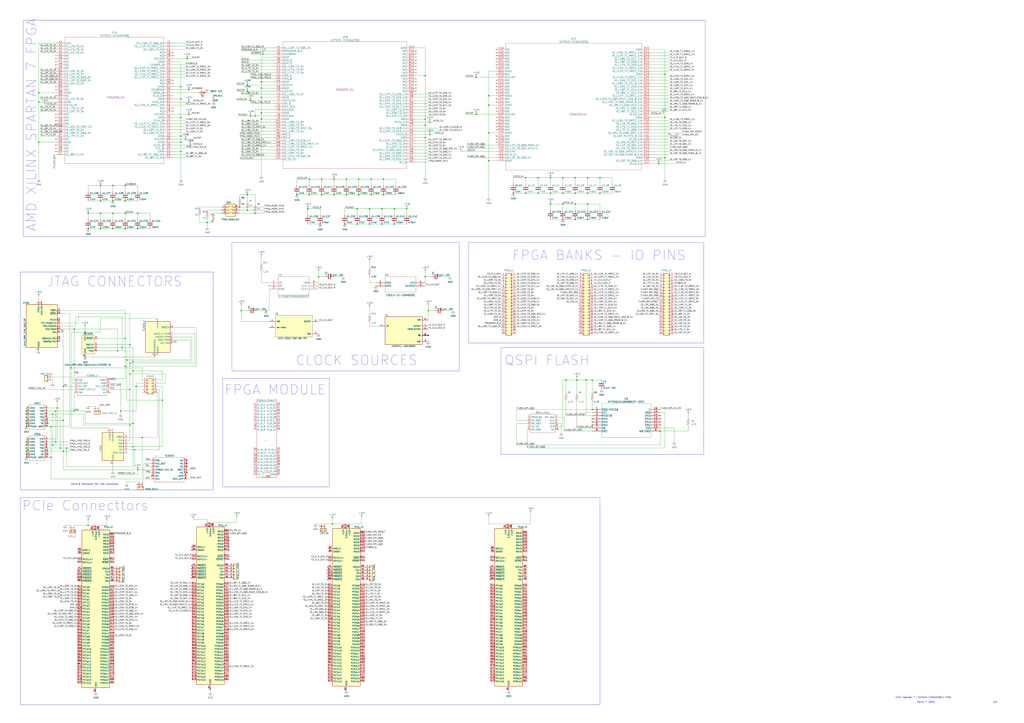
<source format=kicad_sch>
(kicad_sch (version 20230121) (generator eeschema)
  (paper "A1")
  (junction (at 148.59 81.28))
  (junction (at 203.2 74.93))
  (junction (at 100.33 285.75))
  (junction (at 486.41 336.55))
  (junction (at 323.85 171.45))
  (junction (at 209.55 175.26))
  (junction (at 102.87 187.96))
  (junction (at 60.96 270.51))
  (junction (at 170.18 182.88))
  (junction (at 313.69 171.45))
  (junction (at 156.21 119.38))
  (junction (at 254 160.02))
  (junction (at 472.44 146.05))
  (junction (at 334.01 171.45))
  (junction (at 148.59 111.76))
  (junction (at 54.61 368.3))
  (junction (at 401.32 78.74))
  (junction (at 92.71 187.96))
  (junction (at 304.8 147.32))
  (junction (at 303.53 171.45))
  (junction (at 353.06 100.33))
  (junction (at 351.79 255.27))
  (junction (at 203.2 160.02))
  (junction (at 214.63 97.79))
  (junction (at 214.63 92.71))
  (junction (at 542.29 354.33))
  (junction (at 60.96 337.82))
  (junction (at 283.21 184.15))
  (junction (at 349.25 102.87))
  (junction (at 109.22 347.98))
  (junction (at 294.64 160.02))
  (junction (at 541.02 134.62))
  (junction (at 401.32 132.08))
  (junction (at 96.52 288.29))
  (junction (at 41.91 350.52))
  (junction (at 45.72 363.22))
  (junction (at 214.63 72.39))
  (junction (at 472.44 158.75))
  (junction (at 113.03 187.96))
  (junction (at 41.91 375.92))
  (junction (at 21.59 350.52))
  (junction (at 462.28 180.34))
  (junction (at 203.2 69.85))
  (junction (at 431.8 146.05))
  (junction (at 106.68 283.21))
  (junction (at 472.44 180.34))
  (junction (at 203.2 172.72))
  (junction (at 52.07 370.84))
  (junction (at 21.59 345.44))
  (junction (at 323.85 184.15))
  (junction (at 303.53 184.15))
  (junction (at 113.03 386.08))
  (junction (at 401.32 109.22))
  (junction (at 391.16 93.98))
  (junction (at 401.32 86.36))
  (junction (at 43.18 340.36))
  (junction (at 482.6 146.05))
  (junction (at 113.03 175.26))
  (junction (at 148.59 124.46))
  (junction (at 72.39 187.96))
  (junction (at 109.22 367.03))
  (junction (at 46.99 335.28))
  (junction (at 21.59 363.22))
  (junction (at 102.87 175.26))
  (junction (at 21.59 370.84))
  (junction (at 482.6 158.75))
  (junction (at 45.72 337.82))
  (junction (at 102.87 165.1))
  (junction (at 110.49 369.57))
  (junction (at 154.94 93.98))
  (junction (at 148.59 116.84))
  (junction (at 314.96 147.32))
  (junction (at 69.85 273.05))
  (junction (at 441.96 146.05))
  (junction (at 441.96 158.75))
  (junction (at 452.12 146.05))
  (junction (at 546.1 96.52))
  (junction (at 218.44 255.27))
  (junction (at 546.1 129.54))
  (junction (at 106.68 349.25))
  (junction (at 72.39 431.8))
  (junction (at 21.59 375.92))
  (junction (at 209.55 95.25))
  (junction (at 92.71 165.1))
  (junction (at 99.06 337.82))
  (junction (at 21.59 337.82))
  (junction (at 82.55 187.96))
  (junction (at 154.94 73.66))
  (junction (at 273.05 430.53))
  (junction (at 49.53 368.3))
  (junction (at 486.41 312.42))
  (junction (at 546.1 60.96))
  (junction (at 274.32 160.02))
  (junction (at 82.55 165.1))
  (junction (at 492.76 146.05))
  (junction (at 106.68 298.45))
  (junction (at 421.64 158.75))
  (junction (at 106.68 307.34))
  (junction (at 31.75 76.2))
  (junction (at 274.32 147.32))
  (junction (at 31.75 83.82))
  (junction (at 472.44 167.64))
  (junction (at 462.28 167.64))
  (junction (at 205.74 82.55))
  (junction (at 111.76 317.5))
  (junction (at 116.84 359.41))
  (junction (at 148.59 96.52))
  (junction (at 293.37 184.15))
  (junction (at 153.67 48.26))
  (junction (at 152.4 114.3))
  (junction (at 349.25 113.03))
  (junction (at 21.59 340.36))
  (junction (at 109.22 297.18))
  (junction (at 492.76 158.75))
  (junction (at 473.71 312.42))
  (junction (at 261.62 227.33))
  (junction (at 264.16 160.02))
  (junction (at 52.07 317.5))
  (junction (at 431.8 158.75))
  (junction (at 464.82 312.42))
  (junction (at 43.18 365.76))
  (junction (at 205.74 95.25))
  (junction (at 82.55 175.26))
  (junction (at 104.14 295.91))
  (junction (at 102.87 152.4))
  (junction (at 31.75 116.84))
  (junction (at 262.89 184.15))
  (junction (at 196.85 170.18))
  (junction (at 452.12 167.64))
  (junction (at 82.55 152.4))
  (junction (at 349.25 62.23))
  (junction (at 21.59 342.9))
  (junction (at 21.59 373.38))
  (junction (at 127 292.1))
  (junction (at 21.59 365.76))
  (junction (at 284.48 147.32))
  (junction (at 72.39 175.26))
  (junction (at 313.69 184.15))
  (junction (at 21.59 347.98))
  (junction (at 52.07 345.44))
  (junction (at 133.35 328.93))
  (junction (at 349.25 227.33))
  (junction (at 314.96 160.02))
  (junction (at 482.6 167.64))
  (junction (at 481.33 312.42))
  (junction (at 353.06 110.49))
  (junction (at 102.87 300.99))
  (junction (at 69.85 293.37))
  (junction (at 172.72 566.42))
  (junction (at 264.16 147.32))
  (junction (at 252.73 171.45))
  (junction (at 154.94 83.82))
  (junction (at 58.42 302.26))
  (junction (at 304.8 160.02))
  (junction (at 284.48 160.02))
  (junction (at 102.87 278.13))
  (junction (at 214.63 67.31))
  (junction (at 391.16 63.5))
  (junction (at 349.25 97.79))
  (junction (at 92.71 175.26))
  (junction (at 215.9 44.45))
  (junction (at 21.59 368.3))
  (junction (at 293.37 171.45))
  (junction (at 214.63 80.01))
  (junction (at 482.6 180.34))
  (junction (at 92.71 152.4))
  (junction (at 198.12 255.27))
  (junction (at 462.28 146.05))
  (junction (at 462.28 158.75))
  (junction (at 109.22 304.8))
  (junction (at 452.12 158.75))
  (junction (at 294.64 147.32))
  (junction (at 106.68 320.04))
  (junction (at 243.84 160.02))
  (junction (at 254 147.32))
  (junction (at 148.59 71.12))
  (no_connect (at 269.24 476.25))
  (no_connect (at 187.96 449.58))
  (no_connect (at 157.48 469.9))
  (no_connect (at 157.48 467.36))
  (no_connect (at 187.96 441.96))
  (no_connect (at 187.96 447.04))
  (no_connect (at 402.59 468.63))
  (no_connect (at 187.96 457.2))
  (no_connect (at 402.59 476.25))
  (no_connect (at 269.24 473.71))
  (no_connect (at 402.59 471.17))
  (no_connect (at 402.59 473.71))
  (no_connect (at 157.48 474.98))
  (no_connect (at 269.24 471.17))
  (no_connect (at 402.59 466.09))
  (no_connect (at 187.96 459.74))
  (no_connect (at 157.48 464.82))
  (no_connect (at 157.48 449.58))
  (no_connect (at 187.96 452.12))
  (no_connect (at 187.96 444.5))
  (no_connect (at 157.48 452.12))
  (no_connect (at 157.48 472.44))
  (no_connect (at 269.24 466.09))
  (no_connect (at 269.24 468.63))
  (wire (pts (xy 116.84 317.5) (xy 111.76 317.5)))
  (wire (pts (xy 341.63 102.87) (xy 349.25 102.87)))
  (wire (pts (xy 462.28 167.64) (xy 462.28 172.72)))
  (wire (pts (xy 33.02 109.22) (xy 45.72 109.22)))
  (wire (pts (xy 158.75 426.72) (xy 170.18 426.72)))
  (wire (pts (xy 224.79 46.99) (xy 214.63 46.99)))
  (wire (pts (xy 45.72 363.22) (xy 57.15 363.22)))
  (wire (pts (xy 433.07 368.3) (xy 433.07 353.06)))
  (wire (pts (xy 49.53 368.3) (xy 39.37 368.3)))
  (wire (pts (xy 284.48 147.32) (xy 294.64 147.32)))
  (wire (pts (xy 31.75 116.84) (xy 31.75 147.32)))
  (wire (pts (xy 142.24 109.22) (xy 152.4 109.22)))
  (wire (pts (xy 341.63 92.71) (xy 351.79 92.71)))
  (wire (pts (xy 421.64 158.75) (xy 431.8 158.75)))
  (wire (pts (xy 127 292.1) (xy 129.54 292.1)))
  (wire (pts (xy 391.16 93.98) (xy 407.67 93.98)))
  (wire (pts (xy 452.12 146.05) (xy 462.28 146.05)))
  (wire (pts (xy 92.71 152.4) (xy 92.71 157.48)))
  (wire (pts (xy 119.38 383.54) (xy 124.46 383.54)))
  (wire (pts (xy 96.52 270.51) (xy 96.52 288.29)))
  (wire (pts (xy 142.24 93.98) (xy 154.94 93.98)))
  (wire (pts (xy 172.72 565.15) (xy 172.72 566.42)))
  (wire (pts (xy 68.58 340.36) (xy 68.58 349.25)))
  (wire (pts (xy 215.9 44.45) (xy 224.79 44.45)))
  (wire (pts (xy 157.48 276.86) (xy 157.48 297.18)))
  (wire (pts (xy 142.24 104.14) (xy 152.4 104.14)))
  (wire (pts (xy 303.53 252.73) (xy 303.53 257.81)))
  (wire (pts (xy 209.55 90.17) (xy 209.55 95.25)))
  (wire (pts (xy 541.02 134.62) (xy 534.67 134.62)))
  (wire (pts (xy 135.89 307.34) (xy 106.68 307.34)))
  (wire (pts (xy 534.67 129.54) (xy 546.1 129.54)))
  (wire (pts (xy 54.61 368.3) (xy 57.15 368.3)))
  (wire (pts (xy 129.54 314.96) (xy 135.89 314.96)))
  (wire (pts (xy 220.98 264.16) (xy 198.12 264.16)))
  (wire (pts (xy 534.67 86.36) (xy 549.91 86.36)))
  (wire (pts (xy 313.69 171.45) (xy 313.69 176.53)))
  (wire (pts (xy 109.22 304.8) (xy 109.22 347.98)))
  (wire (pts (xy 58.42 273.05) (xy 58.42 302.26)))
  (wire (pts (xy 109.22 297.18) (xy 109.22 304.8)))
  (wire (pts (xy 534.67 88.9) (xy 549.91 88.9)))
  (wire (pts (xy 441.96 146.05) (xy 452.12 146.05)))
  (wire (pts (xy 401.32 132.08) (xy 407.67 132.08)))
  (wire (pts (xy 472.44 167.64) (xy 482.6 167.64)))
  (wire (pts (xy 534.67 104.14) (xy 549.91 104.14)))
  (wire (pts (xy 401.32 132.08) (xy 401.32 162.56)))
  (wire (pts (xy 152.4 40.64) (xy 142.24 40.64)))
  (wire (pts (xy 452.12 158.75) (xy 462.28 158.75)))
  (wire (pts (xy 21.59 368.3) (xy 21.59 370.84)))
  (wire (pts (xy 341.63 87.63) (xy 351.79 87.63)))
  (wire (pts (xy 133.35 304.8) (xy 109.22 304.8)))
  (wire (pts (xy 383.54 121.92) (xy 407.67 121.92)))
  (wire (pts (xy 104.14 328.93) (xy 133.35 328.93)))
  (wire (pts (xy 106.68 307.34) (xy 106.68 320.04)))
  (wire (pts (xy 54.61 383.54) (xy 109.22 383.54)))
  (wire (pts (xy 452.12 146.05) (xy 452.12 151.13)))
  (wire (pts (xy 472.44 180.34) (xy 482.6 180.34)))
  (wire (pts (xy 205.74 44.45) (xy 215.9 44.45)))
  (wire (pts (xy 481.33 312.42) (xy 486.41 312.42)))
  (wire (pts (xy 90.17 314.96) (xy 99.06 314.96)))
  (wire (pts (xy 546.1 339.09) (xy 546.1 368.3)))
  (wire (pts (xy 99.06 314.96) (xy 99.06 337.82)))
  (wire (pts (xy 314.96 147.32) (xy 325.12 147.32)))
  (wire (pts (xy 341.63 123.19) (xy 351.79 123.19)))
  (wire (pts (xy 72.39 152.4) (xy 82.55 152.4)))
  (wire (pts (xy 133.35 312.42) (xy 133.35 304.8)))
  (wire (pts (xy 49.53 255.27) (xy 102.87 255.27)))
  (wire (pts (xy 431.8 146.05) (xy 441.96 146.05)))
  (wire (pts (xy 198.12 49.53) (xy 224.79 49.53)))
  (wire (pts (xy 492.76 167.64) (xy 492.76 172.72)))
  (wire (pts (xy 214.63 46.99) (xy 214.63 67.31)))
  (wire (pts (xy 534.67 45.72) (xy 549.91 45.72)))
  (wire (pts (xy 110.49 369.57) (xy 105.41 369.57)))
  (wire (pts (xy 69.85 269.24) (xy 69.85 273.05)))
  (wire (pts (xy 283.21 176.53) (xy 283.21 171.45)))
  (wire (pts (xy 334.01 171.45) (xy 334.01 176.53)))
  (wire (pts (xy 481.33 312.42) (xy 481.33 339.09)))
  (wire (pts (xy 21.59 360.68) (xy 21.59 363.22)))
  (wire (pts (xy 111.76 337.82) (xy 99.06 337.82)))
  (wire (pts (xy 303.53 171.45) (xy 313.69 171.45)))
  (wire (pts (xy 542.29 354.33) (xy 542.29 365.76)))
  (wire (pts (xy 553.72 351.79) (xy 553.72 363.22)))
  (wire (pts (xy 196.85 113.03) (xy 224.79 113.03)))
  (wire (pts (xy 96.52 389.89) (xy 113.03 389.89)))
  (wire (pts (xy 43.18 365.76) (xy 39.37 365.76)))
  (wire (pts (xy 534.67 68.58) (xy 549.91 68.58)))
  (wire (pts (xy 21.59 363.22) (xy 21.59 365.76)))
  (wire (pts (xy 349.25 62.23) (xy 349.25 97.79)))
  (wire (pts (xy 198.12 251.46) (xy 198.12 255.27)))
  (wire (pts (xy 349.25 97.79) (xy 349.25 102.87)))
  (wire (pts (xy 325.12 152.4) (xy 325.12 147.32)))
  (wire (pts (xy 463.55 342.9) (xy 463.55 354.33)))
  (wire (pts (xy 31.75 83.82) (xy 31.75 116.84)))
  (wire (pts (xy 49.53 273.05) (xy 52.07 273.05)))
  (wire (pts (xy 142.24 111.76) (xy 148.59 111.76)))
  (wire (pts (xy 473.71 312.42) (xy 473.71 322.58)))
  (wire (pts (xy 160.02 298.45) (xy 106.68 298.45)))
  (wire (pts (xy 106.68 349.25) (xy 106.68 361.95)))
  (wire (pts (xy 361.95 227.33) (xy 369.57 227.33)))
  (wire (pts (xy 254 147.32) (xy 254 152.4)))
  (wire (pts (xy 82.55 152.4) (xy 92.71 152.4)))
  (wire (pts (xy 565.15 340.36) (xy 565.15 342.9)))
  (wire (pts (xy 546.1 60.96) (xy 546.1 96.52)))
  (wire (pts (xy 43.18 312.42) (xy 43.18 314.96)))
  (wire (pts (xy 69.85 337.82) (xy 69.85 347.98)))
  (wire (pts (xy 31.75 83.82) (xy 45.72 83.82)))
  (wire (pts (xy 349.25 113.03) (xy 349.25 146.05)))
  (wire (pts (xy 205.74 82.55) (xy 224.79 82.55)))
  (wire (pts (xy 205.74 62.23) (xy 224.79 62.23)))
  (wire (pts (xy 293.37 184.15) (xy 303.53 184.15)))
  (wire (pts (xy 129.54 322.58) (xy 129.54 359.41)))
  (wire (pts (xy 534.67 109.22) (xy 560.07 109.22)))
  (wire (pts (xy 224.79 72.39) (xy 214.63 72.39)))
  (wire (pts (xy 482.6 167.64) (xy 492.76 167.64)))
  (wire (pts (xy 157.48 48.26) (xy 153.67 48.26)))
  (wire (pts (xy 33.02 111.76) (xy 45.72 111.76)))
  (wire (pts (xy 102.87 175.26) (xy 102.87 180.34)))
  (wire (pts (xy 205.74 64.77) (xy 224.79 64.77)))
  (wire (pts (xy 92.71 187.96) (xy 102.87 187.96)))
  (wire (pts (xy 462.28 350.52) (xy 462.28 312.42)))
  (wire (pts (xy 464.82 341.63) (xy 486.41 341.63)))
  (wire (pts (xy 135.89 314.96) (xy 135.89 307.34)))
  (wire (pts (xy 33.02 106.68) (xy 45.72 106.68)))
  (wire (pts (xy 104.14 288.29) (xy 104.14 295.91)))
  (wire (pts (xy 129.54 317.5) (xy 133.35 317.5)))
  (wire (pts (xy 41.91 393.7) (xy 116.84 393.7)))
  (wire (pts (xy 209.55 95.25) (xy 224.79 95.25)))
  (wire (pts (xy 113.03 152.4) (xy 113.03 157.48)))
  (wire (pts (xy 142.24 83.82) (xy 154.94 83.82)))
  (wire (pts (xy 266.7 430.53) (xy 273.05 430.53)))
  (wire (pts (xy 92.71 152.4) (xy 102.87 152.4)))
  (wire (pts (xy 433.07 345.44) (xy 424.18 345.44)))
  (wire (pts (xy 142.24 86.36) (xy 152.4 86.36)))
  (wire (pts (xy 148.59 96.52) (xy 148.59 111.76)))
  (wire (pts (xy 308.61 232.41) (xy 303.53 232.41)))
  (wire (pts (xy 142.24 276.86) (xy 157.48 276.86)))
  (wire (pts (xy 82.55 152.4) (xy 82.55 157.48)))
  (wire (pts (xy 142.24 63.5) (xy 152.4 63.5)))
  (wire (pts (xy 142.24 99.06) (xy 152.4 99.06)))
  (wire (pts (xy 314.96 160.02) (xy 325.12 160.02)))
  (wire (pts (xy 53.34 431.8) (xy 58.42 431.8)))
  (wire (pts (xy 113.03 386.08) (xy 124.46 386.08)))
  (wire (pts (xy 534.67 48.26) (xy 549.91 48.26)))
  (wire (pts (xy 214.63 67.31) (xy 214.63 72.39)))
  (wire (pts (xy 99.06 337.82) (xy 99.06 340.36)))
  (wire (pts (xy 142.24 279.4) (xy 156.21 279.4)))
  (wire (pts (xy 114.3 396.24) (xy 104.14 396.24)))
  (wire (pts (xy 160.02 274.32) (xy 160.02 298.45)))
  (wire (pts (xy 21.59 337.82) (xy 21.59 340.36)))
  (wire (pts (xy 148.59 71.12) (xy 148.59 81.28)))
  (wire (pts (xy 304.8 160.02) (xy 314.96 160.02)))
  (wire (pts (xy 473.71 330.2) (xy 473.71 351.79)))
  (wire (pts (xy 407.67 58.42) (xy 401.32 58.42)))
  (wire (pts (xy 111.76 317.5) (xy 111.76 337.82)))
  (wire (pts (xy 486.41 312.42) (xy 486.41 322.58)))
  (wire (pts (xy 424.18 347.98) (xy 433.07 347.98)))
  (wire (pts (xy 224.79 67.31) (xy 214.63 67.31)))
  (wire (pts (xy 39.37 370.84) (xy 52.07 370.84)))
  (wire (pts (xy 341.63 80.01) (xy 351.79 80.01)))
  (wire (pts (xy 341.63 62.23) (xy 349.25 62.23)))
  (wire (pts (xy 163.83 170.18) (xy 181.61 170.18)))
  (wire (pts (xy 261.62 227.33) (xy 266.7 227.33)))
  (wire (pts (xy 502.92 151.13) (xy 502.92 146.05)))
  (wire (pts (xy 424.18 336.55) (xy 486.41 336.55)))
  (wire (pts (xy 43.18 340.36) (xy 68.58 340.36)))
  (wire (pts (xy 472.44 146.05) (xy 482.6 146.05)))
  (wire (pts (xy 252.73 184.15) (xy 262.89 184.15)))
  (wire (pts (xy 33.02 58.42) (xy 45.72 58.42)))
  (wire (pts (xy 259.08 430.53) (xy 264.16 430.53)))
  (wire (pts (xy 542.29 351.79) (xy 553.72 351.79)))
  (wire (pts (xy 349.25 39.37) (xy 349.25 62.23)))
  (wire (pts (xy 341.63 82.55) (xy 351.79 82.55)))
  (wire (pts (xy 462.28 180.34) (xy 472.44 180.34)))
  (wire (pts (xy 142.24 58.42) (xy 152.4 58.42)))
  (wire (pts (xy 534.67 114.3) (xy 549.91 114.3)))
  (wire (pts (xy 452.12 167.64) (xy 452.12 172.72)))
  (wire (pts (xy 472.44 146.05) (xy 472.44 151.13)))
  (wire (pts (xy 41.91 375.92) (xy 39.37 375.92)))
  (wire (pts (xy 203.2 172.72) (xy 217.17 172.72)))
  (wire (pts (xy 341.63 120.65) (xy 351.79 120.65)))
  (wire (pts (xy 104.14 396.24) (xy 104.14 397.51)))
  (wire (pts (xy 60.96 337.82) (xy 69.85 337.82)))
  (wire (pts (xy 194.31 429.26) (xy 175.26 429.26)))
  (wire (pts (xy 142.24 60.96) (xy 152.4 60.96)))
  (wire (pts (xy 43.18 309.88) (xy 59.69 309.88)))
  (wire (pts (xy 52.07 317.5) (xy 52.07 345.44)))
  (wire (pts (xy 341.63 90.17) (xy 351.79 90.17)))
  (wire (pts (xy 157.48 73.66) (xy 154.94 73.66)))
  (wire (pts (xy 129.54 320.04) (xy 130.81 320.04)))
  (wire (pts (xy 49.53 342.9) (xy 49.53 368.3)))
  (wire (pts (xy 209.55 175.26) (xy 217.17 175.26)))
  (wire (pts (xy 462.28 312.42) (xy 464.82 312.42)))
  (wire (pts (xy 21.59 342.9) (xy 21.59 345.44)))
  (wire (pts (xy 252.73 171.45) (xy 262.89 171.45)))
  (wire (pts (xy 294.64 160.02) (xy 304.8 160.02)))
  (wire (pts (xy 196.85 175.26) (xy 209.55 175.26)))
  (wire (pts (xy 109.22 383.54) (xy 109.22 367.03)))
  (wire (pts (xy 46.99 335.28) (xy 46.99 360.68)))
  (wire (pts (xy 36.83 86.36) (xy 45.72 86.36)))
  (wire (pts (xy 49.53 267.97) (xy 62.23 267.97)))
  (wire (pts (xy 452.12 180.34) (xy 462.28 180.34)))
  (wire (pts (xy 297.18 425.45) (xy 297.18 430.53)))
  (wire (pts (xy 198.12 255.27) (xy 198.12 264.16)))
  (wire (pts (xy 33.02 63.5) (xy 45.72 63.5)))
  (wire (pts (xy 534.67 121.92) (xy 549.91 121.92)))
  (wire (pts (xy 33.02 38.1) (xy 45.72 38.1)))
  (wire (pts (xy 161.29 269.24) (xy 161.29 300.99)))
  (wire (pts (xy 156.21 119.38) (xy 142.24 119.38)))
  (wire (pts (xy 157.48 297.18) (xy 109.22 297.18)))
  (wire (pts (xy 119.38 378.46) (xy 124.46 378.46)))
  (wire (pts (xy 33.02 43.18) (xy 45.72 43.18)))
  (wire (pts (xy 21.59 340.36) (xy 21.59 342.9)))
  (wire (pts (xy 113.03 175.26) (xy 123.19 175.26)))
  (wire (pts (xy 435.61 430.53) (xy 420.37 430.53)))
  (wire (pts (xy 119.38 393.7) (xy 124.46 393.7)))
  (wire (pts (xy 274.32 147.32) (xy 284.48 147.32)))
  (wire (pts (xy 148.59 111.76) (xy 148.59 116.84)))
  (wire (pts (xy 194.31 74.93) (xy 203.2 74.93)))
  (wire (pts (xy 58.42 302.26) (xy 58.42 351.79)))
  (wire (pts (xy 210.82 255.27) (xy 218.44 255.27)))
  (wire (pts (xy 170.18 76.2) (xy 175.26 76.2)))
  (wire (pts (xy 196.85 162.56) (xy 196.85 160.02)))
  (wire (pts (xy 341.63 77.47) (xy 351.79 77.47)))
  (wire (pts (xy 364.49 255.27) (xy 372.11 255.27)))
  (wire (pts (xy 33.02 104.14) (xy 45.72 104.14)))
  (wire (pts (xy 102.87 175.26) (xy 113.03 175.26)))
  (wire (pts (xy 341.63 133.35) (xy 351.79 133.35)))
  (wire (pts (xy 284.48 160.02) (xy 294.64 160.02)))
  (wire (pts (xy 534.67 124.46) (xy 549.91 124.46)))
  (wire (pts (xy 313.69 184.15) (xy 323.85 184.15)))
  (wire (pts (xy 341.63 125.73) (xy 351.79 125.73)))
  (wire (pts (xy 68.58 349.25) (xy 106.68 349.25)))
  (wire (pts (xy 264.16 147.32) (xy 274.32 147.32)))
  (wire (pts (xy 424.18 345.44) (xy 424.18 336.55)))
  (wire (pts (xy 349.25 227.33) (xy 349.25 232.41)))
  (wire (pts (xy 534.67 40.64) (xy 546.1 40.64)))
  (wire (pts (xy 142.24 81.28) (xy 148.59 81.28)))
  (wire (pts (xy 431.8 146.05) (xy 431.8 151.13)))
  (wire (pts (xy 303.53 171.45) (xy 303.53 176.53)))
  (wire (pts (xy 113.03 389.89) (xy 113.03 386.08)))
  (wire (pts (xy 401.32 86.36) (xy 401.32 109.22)))
  (wire (pts (xy 116.84 359.41) (xy 105.41 359.41)))
  (wire (pts (xy 304.8 147.32) (xy 304.8 152.4)))
  (wire (pts (xy 72.39 175.26) (xy 72.39 180.34)))
  (wire (pts (xy 297.18 430.53) (xy 287.02 430.53)))
  (wire (pts (xy 196.85 160.02) (xy 203.2 160.02)))
  (wire (pts (xy 102.87 152.4) (xy 113.03 152.4)))
  (wire (pts (xy 534.67 106.68) (xy 549.91 106.68)))
  (wire (pts (xy 254 160.02) (xy 264.16 160.02)))
  (wire (pts (xy 293.37 171.45) (xy 303.53 171.45)))
  (wire (pts (xy 243.84 160.02) (xy 254 160.02)))
  (wire (pts (xy 203.2 74.93) (xy 224.79 74.93)))
  (wire (pts (xy 142.24 106.68) (xy 152.4 106.68)))
  (wire (pts (xy 52.07 370.84) (xy 57.15 370.84)))
  (wire (pts (xy 21.59 347.98) (xy 21.59 350.52)))
  (wire (pts (xy 118.11 381) (xy 118.11 396.24)))
  (wire (pts (xy 148.59 50.8) (xy 148.59 71.12)))
  (wire (pts (xy 45.72 35.56) (xy 31.75 35.56)))
  (wire (pts (xy 154.94 83.82) (xy 158.75 83.82)))
  (wire (pts (xy 156.21 279.4) (xy 156.21 295.91)))
  (wire (pts (xy 119.38 388.62) (xy 124.46 388.62)))
  (wire (pts (xy 401.32 109.22) (xy 401.32 132.08)))
  (wire (pts (xy 194.31 425.45) (xy 194.31 429.26)))
  (wire (pts (xy 391.16 63.5) (xy 407.67 63.5)))
  (wire (pts (xy 198.12 102.87) (xy 224.79 102.87)))
  (wire (pts (xy 106.68 283.21) (xy 106.68 298.45)))
  (wire (pts (xy 92.71 175.26) (xy 102.87 175.26)))
  (wire (pts (xy 156.21 295.91) (xy 104.14 295.91)))
  (wire (pts (xy 124.46 381) (xy 118.11 381)))
  (wire (pts (xy 110.49 369.57) (xy 130.81 369.57)))
  (wire (pts (xy 198.12 59.69) (xy 224.79 59.69)))
  (wire (pts (xy 90.17 351.79) (xy 58.42 351.79)))
  (wire (pts (xy 341.63 95.25) (xy 351.79 95.25)))
  (wire (pts (xy 72.39 175.26) (xy 82.55 175.26)))
  (wire (pts (xy 33.02 88.9) (xy 45.72 88.9)))
  (wire (pts (xy 196.85 130.81) (xy 224.79 130.81)))
  (wire (pts (xy 283.21 184.15) (xy 293.37 184.15)))
  (wire (pts (xy 323.85 171.45) (xy 323.85 176.53)))
  (wire (pts (xy 203.2 160.02) (xy 203.2 165.1)))
  (wire (pts (xy 209.55 167.64) (xy 209.55 160.02)))
  (wire (pts (xy 214.63 210.82) (xy 214.63 215.9)))
  (wire (pts (xy 534.67 60.96) (xy 546.1 60.96)))
  (wire (pts (xy 52.07 273.05) (xy 52.07 317.5)))
  (wire (pts (xy 106.68 361.95) (xy 105.41 361.95)))
  (wire (pts (xy 142.24 274.32) (xy 160.02 274.32)))
  (wire (pts (xy 203.2 69.85) (xy 224.79 69.85)))
  (wire (pts (xy 401.32 430.53) (xy 415.29 430.53)))
  (wire (pts (xy 142.24 96.52) (xy 148.59 96.52)))
  (wire (pts (xy 46.99 331.47) (xy 46.99 335.28)))
  (wire (pts (xy 303.53 214.63) (xy 303.53 219.71)))
  (wire (pts (xy 142.24 101.6) (xy 152.4 101.6)))
  (wire (pts (xy 72.39 427.99) (xy 72.39 431.8)))
  (wire (pts (xy 41.91 375.92) (xy 41.91 393.7)))
  (wire (pts (xy 401.32 86.36) (xy 407.67 86.36)))
  (wire (pts (xy 59.69 309.88) (xy 59.69 314.96)))
  (wire (pts (xy 355.6 100.33) (xy 353.06 100.33)))
  (wire (pts (xy 41.91 350.52) (xy 41.91 375.92)))
  (wire (pts (xy 351.79 255.27) (xy 356.87 255.27)))
  (wire (pts (xy 172.72 566.42) (xy 172.72 568.96)))
  (wire (pts (xy 214.63 72.39) (xy 214.63 80.01)))
  (wire (pts (xy 69.85 293.37) (xy 127 293.37)))
  (wire (pts (xy 96.52 288.29) (xy 104.14 288.29)))
  (wire (pts (xy 142.24 121.92) (xy 152.4 121.92)))
  (wire (pts (xy 214.63 80.01) (xy 214.63 92.71)))
  (wire (pts (xy 431.8 158.75) (xy 441.96 158.75)))
  (wire (pts (xy 486.41 330.2) (xy 486.41 336.55)))
  (wire (pts (xy 148.59 116.84) (xy 148.59 124.46)))
  (wire (pts (xy 87.63 431.8) (xy 81.28 431.8)))
  (wire (pts (xy 252.73 171.45) (xy 252.73 176.53)))
  (wire (pts (xy 129.54 261.62) (xy 82.55 261.62)))
  (wire (pts (xy 314.96 147.32) (xy 314.96 152.4)))
  (wire (pts (xy 33.02 68.58) (xy 45.72 68.58)))
  (wire (pts (xy 323.85 184.15) (xy 334.01 184.15)))
  (wire (pts (xy 534.67 127) (xy 549.91 127)))
  (wire (pts (xy 109.22 347.98) (xy 109.22 364.49)))
  (wire (pts (xy 109.22 285.75) (xy 109.22 297.18)))
  (wire (pts (xy 492.76 158.75) (xy 502.92 158.75)))
  (wire (pts (xy 87.63 427.99) (xy 87.63 431.8)))
  (wire (pts (xy 31.75 243.84) (xy 31.75 247.65)))
  (wire (pts (xy 341.63 97.79) (xy 349.25 97.79)))
  (wire (pts (xy 546.1 368.3) (xy 433.07 368.3)))
  (wire (pts (xy 45.72 337.82) (xy 60.96 337.82)))
  (wire (pts (xy 21.59 373.38) (xy 21.59 375.92)))
  (wire (pts (xy 196.85 170.18) (xy 217.17 170.18)))
  (wire (pts (xy 170.18 426.72) (xy 170.18 429.26)))
  (wire (pts (xy 170.18 182.88) (xy 170.18 186.69)))
  (wire (pts (xy 21.59 370.84) (xy 21.59 373.38)))
  (wire (pts (xy 72.39 334.01) (xy 78.74 334.01)))
  (wire (pts (xy 82.55 165.1) (xy 92.71 165.1)))
  (wire (pts (xy 378.46 124.46) (xy 407.67 124.46)))
  (wire (pts (xy 303.53 232.41) (xy 303.53 227.33)))
  (wire (pts (xy 294.64 147.32) (xy 294.64 152.4)))
  (wire (pts (xy 313.69 171.45) (xy 323.85 171.45)))
  (wire (pts (xy 198.12 128.27) (xy 224.79 128.27)))
  (wire (pts (xy 407.67 78.74) (xy 401.32 78.74)))
  (wire (pts (xy 458.47 342.9) (xy 463.55 342.9)))
  (wire (pts (xy 407.67 109.22) (xy 401.32 109.22)))
  (wire (pts (xy 382.27 93.98) (xy 391.16 93.98)))
  (wire (pts (xy 464.82 312.42) (xy 473.71 312.42)))
  (wire (pts (xy 224.79 90.17) (xy 209.55 90.17)))
  (wire (pts (xy 341.63 128.27) (xy 351.79 128.27)))
  (wire (pts (xy 154.94 93.98) (xy 157.48 93.98)))
  (wire (pts (xy 52.07 345.44) (xy 39.37 345.44)))
  (wire (pts (xy 142.24 50.8) (xy 148.59 50.8)))
  (wire (pts (xy 111.76 314.96) (xy 111.76 317.5)))
  (wire (pts (xy 341.63 107.95) (xy 360.68 107.95)))
  (wire (pts (xy 349.25 223.52) (xy 349.25 227.33)))
  (wire (pts (xy 110.49 386.08) (xy 52.07 386.08)))
  (wire (pts (xy 304.8 147.32) (xy 314.96 147.32)))
  (wire (pts (xy 49.53 265.43) (xy 64.77 265.43)))
  (wire (pts (xy 341.63 39.37) (xy 349.25 39.37)))
  (wire (pts (xy 534.67 55.88) (xy 549.91 55.88)))
  (wire (pts (xy 123.19 180.34) (xy 123.19 175.26)))
  (wire (pts (xy 90.17 320.04) (xy 106.68 320.04)))
  (wire (pts (xy 196.85 172.72) (xy 203.2 172.72)))
  (wire (pts (xy 482.6 158.75) (xy 492.76 158.75)))
  (wire (pts (xy 462.28 146.05) (xy 472.44 146.05)))
  (wire (pts (xy 158.75 119.38) (xy 156.21 119.38)))
  (wire (pts (xy 482.6 167.64) (xy 482.6 172.72)))
  (wire (pts (xy 294.64 147.32) (xy 304.8 147.32)))
  (wire (pts (xy 102.87 255.27) (xy 102.87 278.13)))
  (wire (pts (xy 214.63 223.52) (xy 214.63 232.41)))
  (wire (pts (xy 46.99 360.68) (xy 39.37 360.68)))
  (wire (pts (xy 118.11 396.24) (xy 116.84 396.24)))
  (wire (pts (xy 33.02 60.96) (xy 45.72 60.96)))
  (wire (pts (xy 100.33 260.35) (xy 100.33 285.75)))
  (wire (pts (xy 462.28 167.64) (xy 472.44 167.64)))
  (wire (pts (xy 33.02 91.44) (xy 45.72 91.44)))
  (wire (pts (xy 175.26 76.2) (xy 175.26 78.74)))
  (wire (pts (xy 58.42 302.26) (xy 116.84 302.26)))
  (wire (pts (xy 492.76 146.05) (xy 502.92 146.05)))
  (wire (pts (xy 92.71 382.27) (xy 92.71 387.35)))
  (wire (pts (xy 148.59 81.28) (xy 148.59 96.52)))
  (wire (pts (xy 45.72 363.22) (xy 39.37 363.22)))
  (wire (pts (xy 194.31 82.55) (xy 205.74 82.55)))
  (wire (pts (xy 214.63 97.79) (xy 214.63 144.78)))
  (wire (pts (xy 104.14 295.91) (xy 104.14 328.93)))
  (wire (pts (xy 341.63 110.49) (xy 353.06 110.49)))
  (wire (pts (xy 482.6 146.05) (xy 482.6 151.13)))
  (wire (pts (xy 341.63 85.09) (xy 351.79 85.09)))
  (wire (pts (xy 546.1 40.64) (xy 546.1 60.96)))
  (wire (pts (xy 163.83 182.88) (xy 170.18 182.88)))
  (wire (pts (xy 82.55 175.26) (xy 92.71 175.26)))
  (wire (pts (xy 274.32 227.33) (xy 281.94 227.33)))
  (wire (pts (xy 92.71 175.26) (xy 92.71 180.34)))
  (wire (pts (xy 60.96 322.58) (xy 60.96 337.82)))
  (wire (pts (xy 463.55 354.33) (xy 486.41 354.33)))
  (wire (pts (xy 195.58 95.25) (xy 205.74 95.25)))
  (wire (pts (xy 82.55 261.62) (xy 82.55 273.05)))
  (wire (pts (xy 82.55 175.26) (xy 82.55 180.34)))
  (wire (pts (xy 534.67 76.2) (xy 549.91 76.2)))
  (wire (pts (xy 341.63 130.81) (xy 351.79 130.81)))
  (wire (pts (xy 311.15 267.97) (xy 303.53 267.97)))
  (wire (pts (xy 109.22 364.49) (xy 105.41 364.49)))
  (wire (pts (xy 482.6 146.05) (xy 492.76 146.05)))
  (wire (pts (xy 473.71 351.79) (xy 486.41 351.79)))
  (wire (pts (xy 198.12 125.73) (xy 224.79 125.73)))
  (wire (pts (xy 472.44 158.75) (xy 482.6 158.75)))
  (wire (pts (xy 33.02 66.04) (xy 45.72 66.04)))
  (wire (pts (xy 80.01 278.13) (xy 102.87 278.13)))
  (wire (pts (xy 153.67 48.26) (xy 142.24 48.26)))
  (wire (pts (xy 541.02 134.62) (xy 554.99 134.62)))
  (wire (pts (xy 21.59 335.28) (xy 21.59 337.82)))
  (wire (pts (xy 198.12 115.57) (xy 224.79 115.57)))
  (wire (pts (xy 72.39 165.1) (xy 82.55 165.1)))
  (wire (pts (xy 57.15 257.81) (xy 57.15 350.52)))
  (wire (pts (xy 353.06 110.49) (xy 356.87 110.49)))
  (wire (pts (xy 273.05 426.72) (xy 273.05 430.53)))
  (wire (pts (xy 534.67 53.34) (xy 549.91 53.34)))
  (wire (pts (xy 341.63 115.57) (xy 351.79 115.57)))
  (wire (pts (xy 243.84 147.32) (xy 254 147.32)))
  (wire (pts (xy 82.55 187.96) (xy 92.71 187.96)))
  (wire (pts (xy 303.53 184.15) (xy 313.69 184.15)))
  (wire (pts (xy 209.55 160.02) (xy 203.2 160.02)))
  (wire (pts (xy 401.32 58.42) (xy 401.32 78.74)))
  (wire (pts (xy 39.37 337.82) (xy 45.72 337.82)))
  (wire (pts (xy 127 293.37) (xy 127 292.1)))
  (wire (pts (xy 52.07 317.5) (xy 60.96 317.5)))
  (wire (pts (xy 473.71 311.15) (xy 473.71 312.42)))
  (wire (pts (xy 21.59 345.44) (xy 21.59 347.98)))
  (wire (pts (xy 39.37 350.52) (xy 41.91 350.52)))
  (wire (pts (xy 133.35 317.5) (xy 133.35 328.93)))
  (wire (pts (xy 170.18 182.88) (xy 175.26 182.88)))
  (wire (pts (xy 534.67 91.44) (xy 549.91 91.44)))
  (wire (pts (xy 481.33 312.42) (xy 473.71 312.42)))
  (wire (pts (xy 220.98 237.49) (xy 220.98 255.27)))
  (wire (pts (xy 175.26 175.26) (xy 181.61 175.26)))
  (wire (pts (xy 161.29 300.99) (xy 102.87 300.99)))
  (wire (pts (xy 214.63 232.41) (xy 220.98 232.41)))
  (wire (pts (xy 461.01 347.98) (xy 461.01 355.6)))
  (wire (pts (xy 341.63 113.03) (xy 349.25 113.03)))
  (wire (pts (xy 274.32 160.02) (xy 284.48 160.02)))
  (wire (pts (xy 31.75 35.56) (xy 31.75 76.2)))
  (wire (pts (xy 198.12 41.91) (xy 224.79 41.91)))
  (wire (pts (xy 293.37 171.45) (xy 293.37 176.53)))
  (wire (pts (xy 534.67 119.38) (xy 549.91 119.38)))
  (wire (pts (xy 72.39 187.96) (xy 82.55 187.96)))
  (wire (pts (xy 421.64 146.05) (xy 431.8 146.05)))
  (wire (pts (xy 264.16 160.02) (xy 274.32 160.02)))
  (wire (pts (xy 462.28 158.75) (xy 472.44 158.75)))
  (wire (pts (xy 198.12 77.47) (xy 224.79 77.47)))
  (wire (pts (xy 152.4 114.3) (xy 142.24 114.3)))
  (wire (pts (xy 52.07 370.84) (xy 52.07 345.44)))
  (wire (pts (xy 133.35 328.93) (xy 133.35 367.03)))
  (wire (pts (xy 102.87 300.99) (xy 102.87 311.15)))
  (wire (pts (xy 198.12 39.37) (xy 224.79 39.37)))
  (wire (pts (xy 113.03 187.96) (xy 123.19 187.96)))
  (wire (pts (xy 49.53 257.81) (xy 57.15 257.81)))
  (wire (pts (xy 142.24 53.34) (xy 152.4 53.34)))
  (wire (pts (xy 546.1 129.54) (xy 546.1 147.32)))
  (wire (pts (xy 198.12 123.19) (xy 224.79 123.19)))
  (wire (pts (xy 80.01 285.75) (xy 100.33 285.75)))
  (wire (pts (xy 142.24 124.46) (xy 148.59 124.46)))
  (wire (pts (xy 69.85 273.05) (xy 58.42 273.05)))
  (wire (pts (xy 62.23 260.35) (xy 100.33 260.35)))
  (wire (pts (xy 102.87 278.13) (xy 102.87 300.99)))
  (wire (pts (xy 39.37 342.9) (xy 49.53 342.9)))
  (wire (pts (xy 69.85 273.05) (xy 82.55 273.05)))
  (wire (pts (xy 60.96 270.51) (xy 96.52 270.51)))
  (wire (pts (xy 45.72 337.82) (xy 45.72 363.22)))
  (wire (pts (xy 534.67 50.8) (xy 549.91 50.8)))
  (wire (pts (xy 214.63 97.79) (xy 224.79 97.79)))
  (wire (pts (xy 198.12 54.61) (xy 224.79 54.61)))
  (wire (pts (xy 90.17 312.42) (xy 95.25 312.42)))
  (wire (pts (xy 198.12 255.27) (xy 203.2 255.27)))
  (wire (pts (xy 142.24 55.88) (xy 152.4 55.88)))
  (wire (pts (xy 154.94 73.66) (xy 142.24 73.66)))
  (wire (pts (xy 224.79 80.01) (xy 214.63 80.01)))
  (wire (pts (xy 274.32 147.32) (xy 274.32 152.4)))
  (wire (pts (xy 142.24 38.1) (xy 152.4 38.1)))
  (wire (pts (xy 21.59 365.76) (xy 21.59 368.3)))
  (wire (pts (xy 130.81 320.04) (xy 130.81 369.57)))
  (wire (pts (xy 43.18 340.36) (xy 43.18 365.76)))
  (wire (pts (xy 534.67 111.76) (xy 549.91 111.76)))
  (wire (pts (xy 72.39 152.4) (xy 72.39 157.48)))
  (wire (pts (xy 54.61 368.3) (xy 54.61 383.54)))
  (wire (pts (xy 421.64 151.13) (xy 421.64 146.05)))
  (wire (pts (xy 534.67 96.52) (xy 546.1 96.52)))
  (wire (pts (xy 198.12 57.15) (xy 224.79 57.15)))
  (wire (pts (xy 198.12 120.65) (xy 224.79 120.65)))
  (wire (pts (xy 148.59 124.46) (xy 148.59 147.32)))
  (wire (pts (xy 156.21 393.7) (xy 153.67 393.7)))
  (wire (pts (xy 349.25 102.87) (xy 349.25 113.03)))
  (wire (pts (xy 534.67 73.66) (xy 549.91 73.66)))
  (wire (pts (xy 170.18 172.72) (xy 181.61 172.72)))
  (wire (pts (xy 273.05 430.53) (xy 281.94 430.53)))
  (wire (pts (xy 69.85 347.98) (xy 109.22 347.98)))
  (wire (pts (xy 64.77 257.81) (xy 106.68 257.81)))
  (wire (pts (xy 106.68 320.04) (xy 106.68 349.25)))
  (wire (pts (xy 129.54 359.41) (xy 116.84 359.41)))
  (wire (pts (xy 142.24 116.84) (xy 148.59 116.84)))
  (wire (pts (xy 534.67 58.42) (xy 549.91 58.42)))
  (wire (pts (xy 205.74 85.09) (xy 224.79 85.09)))
  (wire (pts (xy 243.84 152.4) (xy 243.84 147.32)))
  (wire (pts (xy 31.75 116.84) (xy 45.72 116.84)))
  (wire (pts (xy 113.03 175.26) (xy 113.03 180.34)))
  (wire (pts (xy 102.87 165.1) (xy 113.03 165.1)))
  (wire (pts (xy 464.82 322.58) (xy 464.82 312.42)))
  (wire (pts (xy 106.68 257.81) (xy 106.68 283.21)))
  (wire (pts (xy 303.53 267.97) (xy 303.53 265.43)))
  (wire (pts (xy 31.75 76.2) (xy 31.75 83.82)))
  (wire (pts (xy 323.85 171.45) (xy 334.01 171.45)))
  (wire (pts (xy 116.84 302.26) (xy 116.84 312.42)))
  (wire (pts (xy 264.16 147.32) (xy 264.16 152.4)))
  (wire (pts (xy 224.79 92.71) (xy 214.63 92.71)))
  (wire (pts (xy 39.37 335.28) (xy 46.99 335.28)))
  (wire (pts (xy 109.22 367.03) (xy 105.41 367.03)))
  (wire (pts (xy 110.49 369.57) (xy 110.49 386.08)))
  (wire (pts (xy 60.96 270.51) (xy 60.96 312.42)))
  (wire (pts (xy 546.1 96.52) (xy 546.1 129.54)))
  (wire (pts (xy 284.48 147.32) (xy 284.48 152.4)))
  (wire (pts (xy 262.89 171.45) (xy 262.89 176.53)))
  (wire (pts (xy 441.96 158.75) (xy 452.12 158.75)))
  (wire (pts (xy 401.32 78.74) (xy 401.32 86.36)))
  (wire (pts (xy 72.39 431.8) (xy 76.2 431.8)))
  (wire (pts (xy 49.53 270.51) (xy 60.96 270.51)))
  (wire (pts (xy 534.67 43.18) (xy 549.91 43.18)))
  (wire (pts (xy 534.67 66.04) (xy 549.91 66.04)))
  (wire (pts (xy 283.21 171.45) (xy 293.37 171.45)))
  (wire (pts (xy 95.25 311.15) (xy 102.87 311.15)))
  (wire (pts (xy 22.86 320.04) (xy 60.96 320.04)))
  (wire (pts (xy 163.83 177.8) (xy 163.83 182.88)))
  (wire (pts (xy 534.67 93.98) (xy 544.83 93.98)))
  (wire (pts (xy 95.25 312.42) (xy 95.25 311.15)))
  (wire (pts (xy 64.77 265.43) (xy 64.77 257.81)))
  (wire (pts (xy 60.96 431.8) (xy 72.39 431.8)))
  (wire (pts (xy 205.74 95.25) (xy 209.55 95.25)))
  (wire (pts (xy 534.67 116.84) (xy 549.91 116.84)))
  (wire (pts (xy 116.84 393.7) (xy 116.84 359.41)))
  (wire (pts (xy 133.35 367.03) (xy 109.22 367.03)))
  (wire (pts (xy 435.61 421.64) (xy 435.61 430.53)))
  (wire (pts (xy 492.76 146.05) (xy 492.76 151.13)))
  (wire (pts (xy 220.98 255.27) (xy 218.44 255.27)))
  (wire (pts (xy 43.18 365.76) (xy 57.15 365.76)))
  (wire (pts (xy 382.27 63.5) (xy 391.16 63.5)))
  (wire (pts (xy 452.12 167.64) (xy 462.28 167.64)))
  (wire (pts (xy 383.54 129.54) (xy 407.67 129.54)))
  (wire (pts (xy 52.07 386.08) (xy 52.07 370.84)))
  (wire (pts (xy 472.44 167.64) (xy 472.44 172.72)))
  (wire (pts (xy 534.67 101.6) (xy 549.91 101.6)))
  (wire (pts (xy 102.87 152.4) (xy 102.87 157.48)))
  (wire (pts (xy 198.12 52.07) (xy 224.79 52.07)))
  (wire (pts (xy 142.24 71.12) (xy 148.59 71.12)))
  (wire (pts (xy 534.67 99.06) (xy 549.91 99.06)))
  (wire (pts (xy 542.29 339.09) (xy 546.1 339.09)))
  (wire (pts (xy 142.24 35.56) (xy 152.4 35.56)))
  (wire (pts (xy 198.12 107.95) (xy 224.79 107.95)))
  (wire (pts (xy 198.12 100.33) (xy 224.79 100.33)))
  (wire (pts (xy 261.62 223.52) (xy 261.62 227.33)))
  (wire (pts (xy 62.23 267.97) (xy 62.23 260.35)))
  (wire (pts (xy 458.47 347.98) (xy 461.01 347.98)))
  (wire (pts (xy 102.87 187.96) (xy 113.03 187.96)))
  (wire (pts (xy 534.67 78.74) (xy 549.91 78.74)))
  (wire (pts (xy 31.75 76.2) (xy 45.72 76.2)))
  (wire (pts (xy 560.07 111.76) (xy 557.53 111.76)))
  (wire (pts (xy 80.01 283.21) (xy 106.68 283.21)))
  (wire (pts (xy 198.12 118.11) (xy 224.79 118.11)))
  (wire (pts (xy 142.24 76.2) (xy 162.56 76.2)))
  (wire (pts (xy 341.63 105.41) (xy 360.68 105.41)))
  (wire (pts (xy 158.75 114.3) (xy 152.4 114.3)))
  (wire (pts (xy 353.06 100.33) (xy 341.63 100.33)))
  (wire (pts (xy 542.29 365.76) (xy 424.18 365.76)))
  (wire (pts (xy 100.33 285.75) (xy 109.22 285.75)))
  (wire (pts (xy 129.54 312.42) (xy 133.35 312.42)))
  (wire (pts (xy 194.31 69.85) (xy 203.2 69.85)))
  (wire (pts (xy 486.41 312.42) (xy 494.03 312.42)))
  (wire (pts (xy 92.71 165.1) (xy 102.87 165.1)))
  (wire (pts (xy 214.63 92.71) (xy 214.63 97.79)))
  (wire (pts (xy 534.67 83.82) (xy 549.91 83.82)))
  (wire (pts (xy 351.79 255.27) (xy 351.79 262.89)))
  (wire (pts (xy 341.63 118.11) (xy 351.79 118.11)))
  (wire (pts (xy 59.69 314.96) (xy 60.96 314.96)))
  (wire (pts (xy 349.25 227.33) (xy 354.33 227.33)))
  (wire (pts (xy 542.29 354.33) (xy 565.15 354.33)))
  (wire (pts (xy 49.53 368.3) (xy 54.61 368.3)))
  (wire (pts (xy 534.67 81.28) (xy 549.91 81.28)))
  (wire (pts (xy 383.54 119.38) (xy 407.67 119.38)))
  (wire (pts (xy 142.24 129.54) (xy 152.4 129.54)))
  (wire (pts (xy 80.01 288.29) (xy 96.52 288.29)))
  (wire (pts (xy 156.21 386.08) (xy 153.67 386.08)))
  (wire (pts (xy 482.6 180.34) (xy 492.76 180.34)))
  (wire (pts (xy 106.68 298.45) (xy 106.68 307.34)))
  (wire (pts (xy 142.24 127) (xy 152.4 127)))
  (wire (pts (xy 198.12 105.41) (xy 224.79 105.41)))
  (wire (pts (xy 111.76 314.96) (xy 116.84 314.96)))
  (wire (pts (xy 33.02 40.64) (xy 45.72 40.64)))
  (wire (pts (xy 33.02 81.28) (xy 45.72 81.28)))
  (wire (pts (xy 481.33 339.09) (xy 486.41 339.09)))
  (wire (pts (xy 196.85 110.49) (xy 224.79 110.49)))
  (wire (pts (xy 351.79 251.46) (xy 351.79 255.27)))
  (wire (pts (xy 458.47 350.52) (xy 462.28 350.52)))
  (wire (pts (xy 441.96 146.05) (xy 441.96 151.13)))
  (wire (pts (xy 170.18 182.88) (xy 170.18 180.34)))
  (wire (pts (xy 424.18 365.76) (xy 424.18 347.98)))
  (wire (pts (xy 142.24 269.24) (xy 161.29 269.24)))
  (wire (pts (xy 401.32 425.45) (xy 401.32 430.53)))
  (wire (pts (xy 534.67 132.08) (xy 549.91 132.08)))
  (wire (pts (xy 462.28 146.05) (xy 462.28 151.13)))
  (wire (pts (xy 534.67 71.12) (xy 549.91 71.12)))
  (wire (pts (xy 534.67 63.5) (xy 549.91 63.5)))
  (wire (pts (xy 254 147.32) (xy 264.16 147.32)))
  (wire (pts (xy 261.62 227.33) (xy 261.62 232.41)))
  (wire (pts (xy 39.37 340.36) (xy 43.18 340.36)))
  (wire (pts (xy 464.82 330.2) (xy 464.82 341.63)))
  (wire (pts (xy 565.15 354.33) (xy 565.15 350.52)))
  (wire (pts (xy 57.15 350.52) (xy 41.91 350.52)))
  (rectangle (start 411.48 285.75) (end 577.85 373.38))
  (rectangle (start 384.81 199.39) (end 577.85 281.94))
  (rectangle (start 16.51 408.94) (end 492.76 579.12))
  (rectangle (start 19.05 16.51) (end 579.12 194.31))
  (rectangle (start 182.88 311.15) (end 270.51 400.05))
  (rectangle (start 190.5 199.39) (end 377.19 304.8))
  (rectangle (start 16.51 223.52) (end 175.26 402.59))
  (text "JTAG CONNECTORS" (at 38.1 236.22 0) (effects (font (size 8 8)) (justify left bottom)))
  (text "PCIe Connecttors" (at 17.78 420.37 0) (effects (font (size 8 8)) (justify left bottom)))
  (text "Xilinx Spartan 7 ( XA7S15-1CSGA225Q ) FPGA" (at 735.33 574.04 0) (effects (font (size 1.27 1.27)) (justify left bottom)))
  (text "CLOCK SOURCES" (at 242.57 300.99 0) (effects (font (size 8 8)) (justify left bottom)))
  (text "March 7, 2023\n" (at 753.11 577.85 0) (effects (font (size 1.27 1.27)) (justify left bottom)))
  (text "SW10 & Microsemi ISP JTAG connectors" (at 58.42 398.78 0) (effects (font (size 1.27 1.27)) (justify left bottom)))
  (text "AMD XILINX SPARTAN 7 FPGA" (at 30.48 190.5 90) (effects (font (size 8 8)) (justify left bottom)))
  (text "FPGA BANKS - IO PINS" (at 420.37 214.63 0) (effects (font (size 8 8)) (justify left bottom)))
  (text "FPGA MODULE" (at 184.15 325.12 0) (effects (font (size 8 8)) (justify left bottom)))
  (text "QSPI FLASH\n" (at 414.02 300.99 0) (effects (font (size 8 8)) (justify left bottom)))
  (text "1v0\n" (at 815.34 577.85 0) (effects (font (size 1.27 1.27)) (justify left bottom)))
  (label "IO_L5N_TO_34" (at 553.72 266.7 0))
  (label "Y3_CLK_OUT_N" (at 553.72 226.06 0))
  (label "IO_L2N_TO_34" (at 553.72 264.16 0))
  (label "IO_L11N_T1_SRCC_34" (at 553.72 248.92 0))
  (label "IO_L9N_T1_DQS_RDWR_B_14" (at 487.68 266.7 0))
  (label "TDI" (at 49.53 273.05 0))
  (label "FLASH_SPI_CS" (at 560.07 111.76 0))
  (label "IO_L7P_T1_D09_14" (at 157.48 485.14 180))
  (label "IO_L23N_T3_34" (at 351.79 92.71 0))
  (label "FPGA_JTAG_TDO_0" (at 57.15 368.3 0))
  (label "IO_L21P_T3_DQS_14" (at 351.79 125.73 0))
  (label "IO_L17P_T2_34" (at 198.12 57.15 0))
  (label "IO_L11N_T1_SRCC_34" (at 299.72 504.19 0))
  (label "TEST_VPP" (at 156.21 393.7 0))
  (label "FLASH_SPI_CS" (at 473.71 351.79 0))
  (label "IO_L5N_TO_34" (at 269.24 488.95 180))
  (label "IO_L20P_T3_D24_14" (at 351.79 130.81 0))
  (label "IO_L3P_T0_DQS_PUDC_B_14" (at 157.48 495.3 180))
  (label "FPGA_MODE_Pin1" (at 217.17 172.72 0))
  (label "FLASH_SPI_DQ0" (at 299.72 443.23 0))
  (label "IO_L13P_T2_MRCC_34" (at 299.72 496.57 0))
  (label "IO_L1N_TO_34" (at 33.02 40.64 0))
  (label "IO_L9N_T1_DQS_34" (at 299.72 514.35 0))
  (label "IO_L6P_TO_34" (at 541.02 236.22 180))
  (label "IO_L12P_T1_MRCC_14" (at 187.96 515.62 0))
  (label "IO_L16P_T2_34" (at 63.5 492.76 180))
  (label "Y1_CLK_OUT_N" (at 549.91 48.26 0))
  (label "IO_L12N_T1_MRCC_34" (at 424.18 269.24 0))
  (label "PROGRAM_B_0" (at 198.12 41.91 0))
  (label "IO_L25_14" (at 474.98 248.92 180))
  (label "IO_L24P_T3_34" (at 351.79 95.25 0))
  (label "IO_L13P_T2_MRCC_14" (at 63.5 513.08 180))
  (label "IO_L9P_T1_DQS_14" (at 549.91 88.9 0))
  (label "Y4_CLK_OUT" (at 349.25 234.95 0))
  (label "IO_L20N_T3_34" (at 49.53 488.95 180))
  (label "IO_L23P_T3_34" (at 351.79 90.17 0))
  (label "Y4_CLK_OUT" (at 45.72 127 270))
  (label "FLASH_SPI_DQ0" (at 383.54 119.38 0))
  (label "IO_L19P_T3_D26_14" (at 63.5 515.62 180))
  (label "IO_L14P_T2_SRCC_14" (at 487.68 259.08 0))
  (label "IO_L19N_T3_VREF_34" (at 411.48 246.38 180))
  (label "IO_L20P_T3_D24_14" (at 93.98 508 0))
  (label "IO_L6P_TO_34" (at 33.02 106.68 0))
  (label "IO_L14P_T2_SRCC_14" (at 157.48 500.38 180))
  (label "IO_L2P_TO_34" (at 541.02 231.14 180))
  (label "TDI" (at 119.38 383.54 0))
  (label "IO_L21P_T3_DQS_34" (at 424.18 251.46 0))
  (label "IO_L16N_T2_D31_14" (at 549.91 66.04 0))
  (label "IO_L22P_T3_34" (at 351.79 120.65 0))
  (label "IO_L6N_TO_VREF_34" (at 33.02 104.14 0))
  (label "IO_L5N_T0_D07_14" (at 474.98 246.38 180))
  (label "IO_L13N_T2_MRCC_34" (at 152.4 58.42 0))
  (label "IO_L9N_T1_DQS_34" (at 541.02 256.54 180))
  (label "CFGBVS_0" (at 553.72 233.68 0))
  (label "VCCO_0" (at 356.87 110.49 0))
  (label "IO_L21P_T3_DQS_34" (at 351.79 115.57 0))
  (label "IO_L10N_T1_34" (at 152.4 109.22 0))
  (label "Y3_CLK_OUT_P" (at 269.24 458.47 180))
  (label "FLASH_SPI_DQ2" (at 424.18 365.76 0))
  (label "IO_L24N_T3_D16_14" (at 424.18 233.68 0))
  (label "IO_L10N_T1_34" (at 553.72 254 0))
  (label "IO_L11N_T1_SRCC_14" (at 187.96 497.84 0))
  (label "IO_L7N_TI_34" (at 299.72 488.95 0))
  (label "IO_L9P_T1_DQS_34" (at 553.72 256.54 0))
  (label "IO_L23N_T3_D18_14" (at 360.68 105.41 0))
  (label "IO_L3P_T0_DQS_PUDC_B_14" (at 549.91 127 0))
  (label "IO_L19N_T3_D25_VREF_14" (at 411.48 238.76 180))
  (label "IO_L23P_T3_D19_14" (at 424.18 248.92 0))
  (label "CFGBVS_0" (at 152.4 53.34 0))
  (label "IO_L3P_T0_DQS_PUDC_B_14" (at 474.98 236.22 180))
  (label "IO_L24P_T3_D17_14" (at 424.18 236.22 0))
  (label "Y2_CLK_OUT" (at 411.48 226.06 180))
  (label "IO_L24N_T3_D16_14" (at 351.79 85.09 0))
  (label "IO_L8P_T1_34" (at 269.24 506.73 180))
  (label "IO_L19N_T3_VREF_34" (at 198.12 105.41 0))
  (label "IO_L8N_T1_D12_14" (at 549.91 76.2 0))
  (label "IO_L1P_TO_34" (at 33.02 43.18 0))
  (label "IO_L3N_DQS_34" (at 33.02 63.5 0))
  (label "IO_L11N_T1_SRCC_14" (at 487.68 238.76 0))
  (label "FPGA_JTAG_TDI_0" (at 57.15 370.84 0))
  (label "FLASH_SPI_DQ1" (at 463.55 354.33 0))
  (label "VCCBRAM" (at 102.87 152.4 0))
  (label "FPGA_JTAG_TCK_0" (at 152.4 121.92 0))
  (label "IO_L23N_T3_34" (at 93.98 495.3 0))
  (label "IO_L16P_T2_34" (at 198.12 54.61 0))
  (label "FPGA_MODE_Pin2" (at 196.85 113.03 0))
  (label "VCCO_0" (at 256.54 171.45 0))
  (label "IO_L6N_TO_VREF_34" (at 541.02 259.08 180))
  (label "IO_L3P_DQS_34" (at 541.02 251.46 180))
  (label "IO_L6N_TO_VREF_34" (at 269.24 499.11 180))
  (label "IO_L17P_T2_D30_14" (at 351.79 77.47 0))
  (label "IO_L22P_T3_D21_14" (at 424.18 231.14 0))
  (label "Y3_CLK_OUT_N" (at 261.62 234.95 0))
  (label "IO_L15P_T2_DQS_RDWR_B_14" (at 549.91 83.82 0))
  (label "IO_L9P_T1_DQS_14" (at 187.96 480.06 0))
  (label "FLASH_SPI_DQ2" (at 541.02 238.76 180))
  (label "FLASH_SPI_DQ3" (at 549.91 121.92 0))
  (label "IO_L16N_T2_D31_14" (at 487.68 246.38 0))
  (label "IO_L12P_T1_MRCC_34" (at 269.24 491.49 180))
  (label "IO_L15N_T2_DQS_DOUT_CSO_B_14" (at 487.68 261.62 0))
  (label "IO_L17P_T2_34" (at 63.5 487.68 180))
  (label "IO_L17P_T2_D30_14" (at 93.98 518.16 0))
  (label "IO_L4N_TO_34" (at 33.02 58.42 0))
  (label "TEST_VPP" (at 81.28 334.01 0))
  (label "IO_L17N_T2_34" (at 198.12 59.69 0))
  (label "IO_L8P_T1_34" (at 553.72 259.08 0))
  (label "FPGA_MODE_Pin0" (at 217.17 170.18 0))
  (label "IO_L15P_T2_DQS_RDWR_B_14" (at 487.68 264.16 0))
  (label "IO_L23N_T3_D18_14" (at 424.18 246.38 0))
  (label "TDO" (at 60.96 307.34 0))
  (label "IO_L12P_T1_MRCC_34" (at 553.72 243.84 0))
  (label "IO_L10P_T1_34" (at 152.4 106.68 0))
  (label "FPGA_MODE_Pin2" (at 217.17 175.26 0))
  (label "FLASH_SPI_CCLK0" (at 152.4 99.06 0))
  (label "IO_L22N_T3_34" (at 198.12 123.19 0))
  (label "FLASH_SPI_CCLK0" (at 542.29 336.55 0))
  (label "IO_L11P_T1_SRCC_34" (at 299.72 501.65 0))
  (label "IO_L7N_T1_D10_14" (at 549.91 104.14 0))
  (label "IO_L23P_T3_34" (at 424.18 238.76 0))
  (label "IO_L10N_T1_D15_14" (at 487.68 251.46 0))
  (label "DXP_0" (at 198.12 52.07 0))
  (label "IO_L22P_T3_D21_14" (at 351.79 82.55 0))
  (label "VCCO_34" (at 158.75 83.82 0))
  (label "VCCO_34" (at 38.1 86.36 0))
  (label "FLASH_SPI_DQ2" (at 383.54 129.54 0))
  (label "IO_L10N_T1_D15_14" (at 187.96 508 0))
  (label "IO_L2N_TO_34" (at 299.72 483.87 0))
  (label "IO_L14N_T2_SRCC_14" (at 487.68 243.84 0))
  (label "IO_L21N_T3_DQS_34" (at 411.48 228.6 180))
  (label "Y3_CLK_OUT_P" (at 261.62 237.49 0))
  (label "Y1_CLK_OUT_N" (at 157.48 459.74 180))
  (label "VCCBRAM" (at 157.48 73.66 0))
  (label "DXN_0" (at 63.5 500.38 180))
  (label "IO_L21N_T3_DQS_D22_14" (at 93.98 505.46 0))
  (label "FLASH_SPI_DQ1" (at 299.72 445.77 0))
  (label "IO_L7N_T1_D10_14" (at 157.48 487.68 180))
  (label "IO_L19P_T3_34" (at 49.53 483.87 180))
  (label "IO_L7P_T1_D09_14" (at 549.91 106.68 0))
  (label "IO_L20N_T3_D23_14" (at 351.79 128.27 0))
  (label "IO_L16N_T2_34" (at 553.72 231.14 0))
  (label "VCCINT" (at 157.48 93.98 0))
  (label "FPGA_JTAG_TCK_0" (at 57.15 365.76 0))
  (label "IO_L12P_T1_MRCC_14" (at 549.91 45.72 0))
  (label "VCCBRAM" (at 205.74 44.45 0))
  (label "VCCO_14" (at 554.99 134.62 0))
  (label "IO_L23P_T3_34" (at 93.98 492.76 0))
  (label "IO_L1N_TO_34" (at 541.02 228.6 180))
  (label "IO_L22N_T3_D20_14" (at 424.18 228.6 0))
  (label "Y2_CLK_OUT" (at 261.62 264.16 0))
  (label "IO_L12N_T1_MRCC_34" (at 93.98 515.62 0))
  (label "FLASH_SPI_RESET" (at 560.07 109.22 0))
  (label "IO_L3P_DQS_34" (at 33.02 66.04 0))
  (label "FPGA_JTAG_TDI_0" (at 205.74 85.09 0))
  (label "IO_L24P_T3_34" (at 93.98 513.08 0))
  (label "IO_L18P_T2_34" (at 198.12 100.33 0))
  (label "IO_L2N_TO_34" (at 33.02 38.1 0))
  (label "IO_L3P_DQS_34" (at 269.24 501.65 180))
  (label "IO_L14P_T2_SRCC_14" (at 549.91 78.74 0))
  (label "Y1_CLK_OUT_N" (at 351.79 270.51 0))
  (label "IO_L23N_T3_34" (at 424.18 241.3 0))
  (label "IO_L10P_T1_34" (at 553.72 251.46 0))
  (label "IO_L4P_TO_34" (at 299.72 491.49 0))
  (label "IO_L16N_T2_34" (at 269.24 509.27 180))
  (label "IO_L19N_T3_D25_VREF_14" (at 63.5 505.46 180))
  (label "IO_L17N_T2_34" (at 63.5 490.22 180))
  (label "IO_L21P_T3_DQS_14" (at 424.18 261.62 0))
  (label "TDI" (at 142.24 281.94 0))
  (label "IO_L17N_T2_D29_14" (at 549.91 53.34 0))
  (label "FPGA_JTAG_TMS_0" (at 205.74 64.77 0))
  (label "IO_L7P_T1_34" (at 541.02 233.68 180))
  (label "TARGET_VCC_IN" (at 96.52 389.89 0))
  (label "Y3_CLK_OUT_P" (at 553.72 228.6 0))
  (label "VCCO_14" (at 355.6 100.33 0))
  (label "TCK" (at 119.38 393.7 0))
  (label "DXP_0" (at 411.48 261.62 180))
  (label "IO_L21N_T3_DQS_D22_14" (at 424.18 259.08 0))
  (label "TDI" (at 52.07 317.5 0))
  (label "IO_L16P_T2_D31_14" (at 187.96 500.38 0))
  (label "IO_L22N_T3_34" (at 63.5 485.14 180))
  (label "IO_L22N_T3_D20_14" (at 93.98 485.14 0))
  (label "IO_L24P_T3_D17_14" (at 93.98 487.68 0))
  (label "FLASH_SPI_DQ1" (at 383.54 121.92 0))
  (label "FPGA_JTAG_TDO_0" (at 205.74 62.23 0))
  (label "IO_L4P_T0_D04_14" (at 157.48 480.06 180))
  (label "IO_L10N_T1_D15_14" (at 549.91 71.12 0))
  (label "IO_L10P_T1_34" (at 299.72 506.73 0))
  (label "FPGA_MODE_Pin1" (at 351.79 133.35 0))
  (label "IO_L24P_T3_D17_14" (at 351.79 87.63 0))
  (label "IO_L12N_T1_MRCC_14" (at 187.96 518.16 0))
  (label "IO_L12N_T1_MRCC_14" (at 487.68 226.06 0))
  (label "VCCAUX" (at 195.58 95.25 0))
  (label "IO_L17P_T2_D30_14" (at 424.18 226.06 0))
  (label "DXN_0" (at 198.12 49.53 0))
  (label "VCCO_0" (at 158.75 119.38 0))
  (label "IO_L21P_T3_DQS_34" (at 63.5 510.54 180))
  (label "IO_L13N_T2_MRCC_14" (at 549.91 99.06 0))
  (label "FPGA_MODE_Pin0" (at 196.85 110.49 0))
  (label "IO_L21N_T3_DQS_34" (at 63.5 508 180))
  (label "VCCINT" (at 382.27 93.98 0))
  (label "FLASH_SPI_RESET" (at 299.72 438.15 0))
  (label "FLASH_SPI_CS" (at 541.02 246.38 180))
  (label "IO_L4N_T0_D05_14" (at 474.98 231.14 180))
  (label "IO_L7P_T1_34" (at 33.02 111.76 0))
  (label "IO_L2P_TO_34" (at 33.02 60.96 0))
  (label "IO_L18P_T2_34" (at 49.53 491.49 180))
  (label "IO_L3N_T0_DQS_EMCCLK_14" (at 157.48 497.84 180))
  (label "SRST" (at 156.21 386.08 0))
  (label "IO_L11P_T1_SRCC_14" (at 487.68 241.3 0))
  (label "IO_L21P_T3_DQS_14" (at 93.98 502.92 0))
  (label "IO_L22P_T3_34" (at 424.18 256.54 0))
  (label "IO_L8P_T1_D11_14" (at 549.91 91.44 0))
  (label "DXP_0" (at 63.5 497.84 180))
  (label "IO_L5N_TO_34" (at 33.02 68.58 0))
  (label "CFGBVS_0" (at 299.72 450.85 0))
  (label "IO_L9P_T1_DQS_34" (at 299.72 511.81 0))
  (label "IO_L24N_T3_34" (at 424.18 254 0))
  (label "Y2_CLK_OUT" (at 196.85 130.81 0))
  (label "IO_L23N_T3_D18_14" (at 93.98 500.38 0))
  (label "Y2_CLK_OUT" (at 63.5 459.74 180))
  (label "TCK" (at 90.17 320.04 0))
  (label "IO_L20N_T3_D23_14" (at 424.18 264.16 0))
  (label "IO_L4P_T0_D04_14" (at 549.91 119.38 0))
  (label "IO_L10P_T1_D14_14" (at 487.68 254 0))
  (label "IO_L22N_T3_D20_14" (at 351.79 80.01 0))
  (label "Y3_CLK_OUT_N" (at 269.24 461.01 180))
  (label "IO_L1P_TO_34" (at 269.24 481.33 180))
  (label "IO_L15P_T2_DQS_34" (at 198.12 39.37 0))
  (label "IO_L5P_TO_34" (at 33.02 91.44 0))
  (label "IO_L24N_T3_34" (at 351.79 118.11 0))
  (label "IO_L24N_T3_34" (at 63.5 495.3 180))
  (label "IO_L18N_T2_34" (at 198.12 77.47 0))
  (label "Y1_CLK_OUT_N" (at 487.68 231.14 0))
  (label "IO_L13P_T2_MRCC_34" (at 553.72 236.22 0))
  (label "IO_L21N_T3_DQS_D22_14" (at 351.79 123.19 0))
  (label "IO_L9N_T1_DQS_RDWR_B_14" (at 187.96 482.6 0))
  (label "VCCO_14" (at 534.67 93.98 0))
  (label "VCCINT" (at 382.27 63.5 0))
  (label "IO_L19P_T3_D26_14" (at 198.12 115.57 0))
  (label "IO_L2P_TO_34" (at 299.72 481.33 0))
  (label "TMS" (at 119.38 388.62 0))
  (label "IO_L12N_T1_MRCC_34" (at 152.4 86.36 0))
  (label "TARGET_VCC_IN" (at 22.86 320.04 0))
  (label "IO_L5P_T0_D06_14" (at 157.48 490.22 180))
  (label "IO_L19P_T3_34" (at 198.12 107.95 0))
  (label "IO_L3N_T0_DQS_EMCCLK_14" (at 474.98 238.76 180))
  (label "FLASH_SPI_RESET" (at 541.02 248.92 180))
  (label "IO_L6P_TO_34" (at 269.24 496.57 180))
  (label "FLASH_SPI_DQ3" (at 187.96 439.42 0))
  (label "IO_L13N_T2_MRCC_14" (at 187.96 548.64 0))
  (label "VCCINT" (at 194.31 74.93 0))
  (label "IO_L4P_TO_34" (at 553.72 269.24 0))
  (label "IO_L16P_T2_D31_14" (at 487.68 248.92 0))
  (label "IO_L20P_T3_34" (at 63.5 482.6 180))
  (label "IO_L17N_T2_D29_14" (at 157.48 502.92 180))
  (label "IO_L13N_T2_MRCC_14" (at 487.68 274.32 0))
  (label "IO_L3N_T0_DQS_EMCCLK_14" (at 549.91 124.46 0))
  (label "TMS" (at 60.96 337.82 0))
  (label "IO_L21N_T3_DQS_34" (at 198.12 128.27 0))
  (label "IO_L22N_T3_34" (at 411.48 233.68 180))
  (label "FLASH_SPI_CS" (at 299.72 440.69 0))
  (label "IO_L8N_T1_D12_14" (at 187.96 492.76 0))
  (label "IO_L8P_T1_D11_14" (at 187.96 490.22 0))
  (label "VCCINT" (at 194.31 69.85 0))
  (label "IO_L13N_T2_MRCC_34" (at 553.72 238.76 0))
  (label "Y1_CLK_OUT_P" (at 157.48 457.2 180))
  (label "IO_L23P_T3_D19_14" (at 360.68 107.95 0))
  (label "IO_L18P_T2_34" (at 411.48 251.46 180))
  (label "IO_L15P_T2_DQS_34" (at 411.48 269.24 180))
  (label "IO_L4N_T0_D05_14" (at 549.91 101.6 0))
  (label "IO_L7N_T1_D10_14" (at 474.98 228.6 180))
  (label "Y1_CLK_OUT_P" (at 351.79 267.97 0))
  (label "FLASH_SPI_RESET" (at 464.82 341.63 0))
  (label "IO_L25_14" (at 187.96 436.88 0))
  (label "IO_L20N_T3_D23_14" (at 93.98 510.54 0))
  (label "IO_L5P_T0_D06_14" (at 549.91 132.08 0))
  (label "IO_L7N_TI_34" (at 553.72 271.78 0))
  (label "IO_L4N_TO_34" (at 553.72 261.62 0))
  (label "IO_L16N_T2_34" (at 152.4 40.64 0))
  (label "IO_L19N_T3_D25_VREF_14" (at 198.12 118.11 0))
  (label "IO_L17N_T2_34" (at 411.48 254 180))
  (label "DXN_0" (at 411.48 264.16 180))
  (label "IO_L7N_TI_34" (at 33.02 88.9 0))
  (label "IO_L8P_T1_34" (at 152.4 129.54 0))
  (label "IO_L9N_T1_DQS_34" (at 33.02 109.22 0))
  (label "IO_L20P_T3_D24_14" (at 424.18 266.7 0))
  (label "IO_L12P_T1_MRCC_14" (at 487.68 228.6 0))
  (label "IO_L24N_T3_D16_14" (at 93.98 490.22 0))
  (label "IO_L12P_T1_MRCC_34" (at 152.4 63.5 0))
  (label "IO_L11P_T1_SRCC_14" (at 549.91 58.42 0))
  (label "IO_L22P_T3_D21_14" (at 93.98 482.6 0))
  (label "FPGA_JTAG_TMS_0" (at 57.15 363.22 0))
  (label "VCCO_14" (at 421.64 146.05 0))
  (label "IO_L13N_T2_MRCC_34" (at 299.72 499.11 0))
  (label "IO_L10P_T1_D14_14" (at 549.91 73.66 0))
  (label "IO_L11N_T1_SRCC_34" (at 152.4 104.14 0))
  (label "IO_L9N_T1_DQS_RDWR_B_14" (at 549.91 86.36 0))
  (label "IO_L7P_T1_34" (at 299.72 486.41 0))
  (label "IO_L20N_T3_34" (at 198.12 102.87 0))
  (label "IO_L5N_T0_D07_14" (at 157.48 492.76 180))
  (label "IO_L7P_T1_D09_14" (at 474.98 226.06 180))
  (label "IO_L4P_TO_34" (at 33.02 81.28 0))
  (label "IO_L15P_T2_DQS_34" (at 63.5 502.92 180))
  (label "IO_L20P_T3_34" (at 411.48 231.14 180))
  (label "SRST" (at 90.17 312.42 0))
  (label "IO_L8N_T1_D12_14" (at 487.68 256.54 0))
  (label "FLASH_SPI_DQ1" (at 541.02 241.3 180))
  (label "IO_L22P_T3_34" (at 93.98 523.24 0))
  (label "IO_L23P_T3_D19_14" (at 93.98 497.84 0))
  (label "VCCO_34" (at 243.84 147.32 0))
  (label "IO_L5N_T0_D07_14" (at 549.91 116.84 0))
  (label "Y1_CLK_OUT_P" (at 487.68 233.68 0))
  (label "TDO" (at 119.38 378.46 0))
  (label "IO_L20N_T3_34" (at 411.48 248.92 180))
  (label "IO_L8P_T1_D11_14" (at 487.68 271.78 0))
  (label "IO_L1P_TO_34" (at 541.02 226.06 180))
  (label "IO_L19P_T3_34" (at 411.48 243.84 180))
  (label "IO_L15N_T2_DQS_DOUT_CSO_B_14" (at 187.96 487.68 0))
  (label "FLASH_SPI_DQ0" (at 433.07 368.3 0))
  (label "IO_L3N_DQS_34" (at 269.24 504.19 180))
  (label "IO_L5P_TO_34" (at 553.72 274.32 0))
  (label "IO_L5P_T0_D06_14" (at 474.98 233.68 180))
  (label "IO_L13P_T2_MRCC_14" (at 198.12 120.65 0))
  (label "IO_L11P_T1_SRCC_14" (at 187.96 495.3 0))
  (label "IO_L4N_TO_34" (at 299.72 494.03 0))
  (label "TEST_VPP" (at 90.17 317.5 0))
  (label "IO_L19N_T3_VREF_34" (at 49.53 486.41 180))
  (label "IO_L14N_T2_SRCC_34" (at 553.72 241.3 0))
  (label "IO_L16N_T2_D31_14" (at 187.96 502.92 0))
  (label "IO_L15N_T2_DQS_DOUT_CSO_B_14" (at 549.91 81.28 0))
  (label "Y3_CLK_OUT_P" (at 152.4 38.1 0))
  (label "IO_L9P_T1_DQS_34" (at 152.4 127 0))
  (label "IO_L14N_T2_SRCC_14" (at 549.91 63.5 0))
  (label "IO_L14N_T2_SRCC_34" (at 152.4 60.96 0))
  (label "VCCINT" (at 157.48 48.26 0))
  (label "IO_L17P_T2_34" (at 411.48 256.54 180))
  (label "IO_L4P_T0_D04_14" (at 474.98 243.84 180))
  (label "Y1_CLK_OUT_P" (at 549.91 50.8 0))
  (label "IO_L13P_T2_MRCC_14" (at 411.48 236.22 180))
  (label "VCCINT" (at 158.75 114.3 0))
  (label "IO_L24P_T3_34" (at 424.18 243.84 0))
  (label "IO_L1N_TO_34" (at 269.24 483.87 180))
  (label "VCCINT" (at 383.54 124.46 0))
  (label "IO_L5P_TO_34" (at 269.24 486.41 180))
  (label "IO_L3N_DQS_34" (at 541.02 254 180))
  (label "IO_L10P_T1_D14_14" (at 187.96 505.46 0))
  (label "IO_L12N_T1_MRCC_14" (at 549.91 43.18 0))
  (label "IO_L4N_T0_D05_14" (at 157.48 482.6 180))
  (label "IO_L14N_T2_SRCC_14" (at 187.96 513.08 0))
  (label "IO_L15P_T2_DQS_RDWR_B_14" (at 187.96 485.14 0))
  (label "PROGRAM_B_0" (at 411.48 266.7 180))
  (label "IO_L9P_T1_DQS_14" (at 487.68 269.24 0))
  (label "PROGRAM_B_0" (at 93.98 439.42 0))
  (label "IO_L10N_T1_34" (at 299.72 509.27 0))
  (label "IO_L25_14" (at 549.91 114.3 0))
  (label "FLASH_SPI_DQ2" (at 299.72 448.31 0))
  (label "IO_L19P_T3_D26_14" (at 411.48 241.3 180))
  (label "IO_L17N_T2_D29_14" (at 487.68 236.22 0))
  (label "VCCINT" (at 102.87 175.26 0))
  (label "IO_L13P_T2_MRCC_34" (at 152.4 55.88 0))
  (label "FLASH_SPI_DQ3" (at 424.18 336.55 0))
  (label "VCCAUX" (at 283.21 171.45 0))
  (label "IO_L14N_T2_SRCC_34" (at 269.24 494.03 180))
  (label "VCCO_15" (at 462.28 167.64 0))
  (label "Y3_CLK_OUT_N" (at 152.4 35.56 0))
  (label "VCCO_34" (at 194.31 82.55 0))
  (label "IO_L11P_T1_SRCC_34" (at 553.72 246.38 0))
  (label "IO_L11N_T1_SRCC_14" (at 549.91 55.88 0))
  (label "IO_L16P_T2_D31_14" (at 549.91 68.58 0))
  (label "FLASH_SPI_DQ0" (at 541.02 243.84 180))
  (label "IO_L16P_T2_34" (at 411.48 259.08 180))
  (label "IO_L11P_T1_SRCC_34" (at 152.4 101.6 0))
  (label "IO_L20P_T3_34" (at 198.12 125.73 0))
  (label "FLASH_SPI_DQ3" (at 474.98 241.3 180))
  (symbol (lib_id "power:GND") (at 92.71 387.35 0) (unit 1)
    (property "Reference" "#PWR04" (effects hide))
    (property "Value" "GND" (at 92.837 391.7442 0))
    (instances (project "FPGAs-Ard_RPi_BB" (path "" (reference "#PWR04") (unit 1)) (path "" (reference "#PWR?") (unit 1))))
  )
  (symbol (lib_id "Connector:Microsemi_FlashPro-JTAG-10") (at 92.71 367.03 0) (unit 1)
    (property "Reference" "JTAG2" (at 82.55 365.76 90) (effects (justify right)))
    (property "Value" "Microsemi_FlashPro-JTAG-10" (effects hide))
    (property "Footprint" "Connector_PinSocket_2.54mm:PinSocket_2x04_P2.54mm_Vertical" (effects hide))
    (property "Datasheet" "https://www.microsemi.com/document-portal/doc_view/129973-lpf-ac386-an" (effects hide))
  )
  (symbol (lib_id "Connector_Generic:Conn_02x05_Odd_Even") (at 121.92 317.5 0) (unit 1)
    (property "Reference" "JTAG3" (at 123.19 309.245 0))
    (property "Value" "Conn_02x05_Odd_Even" (effects hide))
    (property "Footprint" "Connector_PinSocket_1.27mm:PinSocket_2x05_P1.27mm_Vertical" (effects hide))
  )
  (symbol (lib_id "power:GND") (at 99.06 340.36 0) (unit 1)
    (property "Reference" "#PWR03" (effects hide))
    (property "Value" "GND" (at 99.187 344.7542 0))
    (instances (project "FPGAs-Ard_RPi_BB" (path "" (reference "#PWR03") (unit 1)) (path "" (reference "#PWR?") (unit 1))))
  )
  (symbol (lib_id "Device:C") (at 283.21 180.34 0) (unit 1)
    (property "Reference" "U1_C35" (at 284.48 177.8 0) (effects (justify left)))
    (property "Value" "47nF" (at 284.48 182.88 0) (effects (justify left)))
    (property "Footprint" "Capacitor_SMD:C_0402_1005Metric" (effects hide))
  )
  (symbol (lib_id "power:+1V0") (at 154.94 73.66 0) (unit 1)
    (property "Reference" "#PWR075" (effects hide))
    (property "Value" "+1V0" (at 154.94 69.85 0))
  )
  (symbol (lib_id "Device:C") (at 113.03 184.15 0) (unit 1)
    (property "Reference" "U1_C33" (at 114.3 181.61 0) (effects (justify left)))
    (property "Value" "470nF" (at 114.3 186.69 0) (effects (justify left)))
    (property "Footprint" "Capacitor_SMD:C_0402_1005Metric" (effects hide))
  )
  (symbol (lib_id "power:GND") (at 69.85 293.37 0) (unit 1)
    (property "Reference" "#PWR01" (effects hide))
    (property "Value" "GND" (at 69.977 297.7642 0))
    (instances (project "FPGAs-Ard_RPi_BB" (path "" (reference "#PWR01") (unit 1)) (path "" (reference "#PWR?") (unit 1))))
  )
  (symbol (lib_id "power:+1V0") (at 82.55 152.4 0) (unit 1)
    (property "Reference" "#PWR074" (effects hide))
    (property "Value" "+1V0" (at 82.55 148.59 0))
  )
  (symbol (lib_id "Device:C") (at 243.84 156.21 0) (unit 1)
    (property "Reference" "U1_C15" (at 245.11 153.67 0) (effects (justify left)))
    (property "Value" "47nF" (at 245.11 158.75 0) (effects (justify left)))
    (property "Footprint" "Capacitor_SMD:C_0402_1005Metric" (effects hide))
  )
  (symbol (lib_id "Device:C") (at 262.89 180.34 0) (unit 1)
    (property "Reference" "U1_C37" (at 264.16 177.8 0) (effects (justify left)))
    (property "Value" "470nF" (at 264.16 182.88 0) (effects (justify left)))
    (property "Footprint" "Capacitor_SMD:C_0402_1005Metric" (effects hide))
  )
  (symbol (lib_id "Device:C") (at 284.48 156.21 0) (unit 1)
    (property "Reference" "U1_C19" (at 285.75 153.67 0) (effects (justify left)))
    (property "Value" "470nF" (at 285.75 158.75 0) (effects (justify left)))
    (property "Footprint" "Capacitor_SMD:C_0402_1005Metric" (effects hide))
  )
  (symbol (lib_name "Bus_PCI_Express_x16_1") (lib_id "Connector:Bus_PCI_Express_x16") (at 172.72 497.84 0) (unit 1)
    (property "Reference" "PCIe_J1" (at 179.07 431.8 0) (effects (justify left)))
    (property "Value" "Bus_PCI_Express_x16" (effects hide))
    (property "Footprint" "Connector_PCBEdge:BUS_PCIexpress_x16" (effects hide))
    (property "Datasheet" "http://www.ritrontek.com/uploadfile/2016/1026/20161026105231124.pdf#page=63" (effects hide))
  )
  (symbol (lib_id "JTAG:QSPI_JTAG") (at 440.69 347.98 0) (unit 1)
    (property "Reference" "QSPI_JTAG1" (at 445.77 339.09 0))
    (property "Value" "~" (at 440.69 337.82 0))
    (property "Footprint" "Connector_PinHeader_2.54mm:PinHeader_2x05_P2.54mm_Vertical" (effects hide))
  )
  (symbol (lib_id "power:+1V0") (at 203.2 74.93 0) (unit 1)
    (property "Reference" "#PWR083" (effects hide))
    (property "Value" "+1V0" (at 203.2 71.12 0))
  )
  (symbol (lib_id "Device:C") (at 293.37 180.34 0) (unit 1)
    (property "Reference" "U1_C38" (at 294.64 177.8 0) (effects (justify left)))
    (property "Value" "47nF" (at 294.64 182.88 0) (effects (justify left)))
    (property "Footprint" "Capacitor_SMD:C_0402_1005Metric" (effects hide))
  )
  (symbol (lib_id "power:GND") (at 92.71 165.1 0) (unit 1)
    (property "Reference" "#PWR073" (effects hide))
    (property "Value" "GND" (at 92.837 169.4942 0))
    (instances (project "FPGAs-Ard_RPi_BB" (path "" (reference "#PWR073") (unit 1)) (path "" (reference "#PWR?") (unit 1))))
  )
  (symbol (lib_id "Device:C") (at 431.8 154.94 0) (unit 1)
    (property "Reference" "U1_C2" (at 433.07 152.4 0) (effects (justify left)))
    (property "Value" "47nF" (at 433.07 157.48 0) (effects (justify left)))
    (property "Footprint" "Capacitor_SMD:C_0402_1005Metric" (effects hide))
  )
  (symbol (lib_id "power:+1V0") (at 72.39 175.26 0) (unit 1)
    (property "Reference" "#PWR079" (effects hide))
    (property "Value" "+1V0" (at 72.39 171.45 0))
  )
  (symbol (lib_id "Device:C") (at 252.73 180.34 0) (unit 1)
    (property "Reference" "U1_C36" (at 254 177.8 0) (effects (justify left)))
    (property "Value" "47nF" (at 254 182.88 0) (effects (justify left)))
    (property "Footprint" "Capacitor_SMD:C_0402_1005Metric" (effects hide))
  )
  (symbol (lib_id "Device:C") (at 123.19 184.15 0) (unit 1)
    (property "Reference" "U1_C34" (at 124.46 181.61 0) (effects (justify left)))
    (property "Value" "100uF" (at 124.46 186.69 0) (effects (justify left)))
    (property "Footprint" "Capacitor_SMD:C_1206_3216Metric" (effects hide))
  )
  (symbol (lib_id "power:GND") (at 462.28 180.34 0) (unit 1)
    (property "Reference" "#PWR064" (effects hide))
    (property "Value" "GND" (at 462.407 184.7342 0))
    (instances (project "FPGAs-Ard_RPi_BB" (path "" (reference "#PWR064") (unit 1)) (path "" (reference "#PWR?") (unit 1))))
  )
  (symbol (lib_id "Device:R_US") (at 214.63 219.71 0) (unit 1)
    (property "Reference" "R14" (at 215.9 215.9 0) (effects (justify left)))
    (property "Value" "4.7K" (at 215.9 223.52 0) (effects (justify left)))
    (property "Footprint" "Resistor_SMD:R_0805_2012Metric_Pad1.20x1.40mm_HandSolder" (effects hide))
  )
  (symbol (lib_id "power:GND") (at 372.11 255.27 0) (unit 1)
    (property "Reference" "#PWR0102" (effects hide))
    (property "Value" "GND" (at 372.237 259.6642 0))
    (instances (project "FPGAs-Ard_RPi_BB" (path "" (reference "#PWR0102") (unit 1)) (path "" (reference "#PWR?") (unit 1))))
  )
  (symbol (lib_id "power:GND") (at 461.01 355.6 0) (unit 1)
    (property "Reference" "#PWR011" (effects hide))
    (property "Value" "GND" (at 461.137 359.9942 0))
    (instances (project "FPGAs-Ard_RPi_BB" (path "" (reference "#PWR011") (unit 1)) (path "" (reference "#PWR?") (unit 1))))
  )
  (symbol (lib_id "power:+3V3") (at 261.62 223.52 0) (unit 1)
    (property "Reference" "#PWR097" (effects hide))
    (property "Value" "+3V3" (at 261.62 219.71 0))
  )
  (symbol (lib_id "power:+3V3") (at 194.31 425.45 0) (unit 1)
    (property "Reference" "#PWR0105" (effects hide))
    (property "Value" "+3V3" (at 194.31 421.64 0))
  )
  (symbol (lib_id "2023-03-08_16-37-36:MT25QL01GBBB8ESF-0SIT") (at 486.41 336.55 0) (unit 1)
    (property "Reference" "U6" (at 514.35 327.66 0) (effects (font (size 1.524 1.524))))
    (property "Value" "MT25QL01GBBB8ESF-0SIT" (at 514.35 330.2 0) (effects (font (size 1.524 1.524))))
    (property "Footprint" "SOP2-16_300MIL_SF_MRN" (effects hide))
  )
  (symbol (lib_id "Connector:Conn_ARM_JTAG_SWD_20") (at 34.29 267.97 0) (unit 1)
    (property "Reference" "JTAG6" (at 24.13 248.92 0) (effects (justify right)))
    (property "Value" "Conn_ARM_JTAG_SWD_20" (at 20.32 261.62 90) (effects (justify right)))
    (property "Footprint" "Connector_PinHeader_2.54mm:PinHeader_2x10_P2.54mm_Vertical" (effects hide))
    (property "Datasheet" "http://infocenter.arm.com/help/topic/com.arm.doc.dui0499b/DUI0499B_system_design_reference.pdf" (effects hide))
  )
  (symbol (lib_id "Device:C") (at 113.03 161.29 0) (unit 1)
    (property "Reference" "U1_C30" (at 114.3 158.75 0) (effects (justify left)))
    (property "Value" "470nF" (at 114.3 163.83 0) (effects (justify left)))
    (property "Footprint" "Capacitor_SMD:C_0402_1005Metric" (effects hide))
  )
  (symbol (lib_id "Connector_Generic:Conn_02x20_Odd_Even") (at 480.06 248.92 0) (unit 1)
    (property "Reference" "FPGA_J2" (at 481.33 222.25 0))
    (property "Value" "Conn_02x20_Odd_Even" (effects hide))
    (property "Footprint" "Connector_PinHeader_2.54mm:PinHeader_2x20_P2.54mm_Vertical" (effects hide))
  )
  (symbol (lib_id "OSC-AX5PAF1-400.0000T:AX5PAF1-400.0000T") (at 331.47 270.51 0) (unit 1)
    (property "Reference" "Y1" (at 317.5 259.08 0))
    (property "Value" "AX5PAF1-400.0000T" (at 331.47 284.48 0))
    (property "Footprint" "OSC_AX5PAF1-400.0000T" (effects hide))
    (property "Price" "None" (effects hide))
    (property "MP" "AX5PAF1-400.0000T" (effects hide))
    (property "Description" "1 GHz XO (Standard) LVDS Oscillator 3.3V Enable/Disable 8-SMD, No Lead" (effects hide))
    (property "Availability" "In Stock" (effects hide))
    (property "Package" "None" (effects hide))
    (property "MF" "Abracon LLC" (effects hide))
    (property "Purchase-URL" "https://pricing.snapeda.com/search/part/AX5PAF1-400.0000T/?ref=eda" (effects hide))
  )
  (symbol (lib_id "Device:C") (at 334.01 180.34 0) (unit 1)
    (property "Reference" "U1_C42" (at 335.28 177.8 0) (effects (justify left)))
    (property "Value" "470nF" (at 335.28 182.88 0) (effects (justify left)))
    (property "Footprint" "Capacitor_SMD:C_0402_1005Metric" (effects hide))
  )
  (symbol (lib_id "power:GND") (at 31.75 147.32 0) (unit 1)
    (property "Reference" "#PWR055" (effects hide))
    (property "Value" "GND" (at 31.877 151.7142 0))
    (instances (project "FPGAs-Ard_RPi_BB" (path "" (reference "#PWR055") (unit 1)) (path "" (reference "#PWR?") (unit 1))))
  )
  (symbol (lib_id "Device:C") (at 482.6 176.53 0) (unit 1)
    (property "Reference" "U1_C13" (at 483.87 173.99 0) (effects (justify left)))
    (property "Value" "470nF" (at 483.87 179.07 0) (effects (justify left)))
    (property "Footprint" "Capacitor_SMD:C_0402_1005Metric" (effects hide))
  )
  (symbol (lib_id "power:+12V") (at 401.32 425.45 0) (unit 1)
    (property "Reference" "#PWR033" (effects hide))
    (property "Value" "+12V" (at 401.32 421.64 0))
  )
  (symbol (lib_id "Device:C") (at 72.39 161.29 0) (unit 1)
    (property "Reference" "U1_C26" (at 73.66 158.75 0) (effects (justify left)))
    (property "Value" "47nF" (at 73.66 163.83 0) (effects (justify left)))
    (property "Footprint" "Capacitor_SMD:C_0402_1005Metric" (effects hide))
  )
  (symbol (lib_id "Device:R_US") (at 170.18 176.53 0) (unit 1)
    (property "Reference" "R10" (at 166.37 173.99 0) (effects (justify left)))
    (property "Value" "1K" (at 166.37 179.07 0) (effects (justify left)))
    (property "Footprint" "Resistor_SMD:R_0805_2012Metric_Pad1.20x1.40mm_HandSolder" (effects hide))
  )
  (symbol (lib_id "power:+3V3") (at 214.63 210.82 0) (unit 1)
    (property "Reference" "#PWR0117" (effects hide))
    (property "Value" "+3V3" (at 214.63 207.01 0))
  )
  (symbol (lib_id "power:+3V3") (at 198.12 251.46 0) (unit 1)
    (property "Reference" "#PWR0103" (effects hide))
    (property "Value" "+3V3" (at 198.12 247.65 0))
  )
  (symbol (lib_id "power:+3V3") (at 353.06 100.33 0) (unit 1)
    (property "Reference" "#PWR067" (effects hide))
    (property "Value" "+3V3" (at 353.06 96.52 0))
  )
  (symbol (lib_id "Spartan7:XA7S15-1CSGA225Q") (at 407.67 40.64 0) (unit 3)
    (property "Reference" "U1" (at 471.17 31.75 0) (effects (font (size 1.524 1.524))))
    (property "Value" "XA7S15-1CSGA225Q" (at 471.17 34.29 0) (effects (font (size 1.524 1.524))))
    (property "Footprint" "CSGA225_XIL" (at 474.98 93.98 0) (effects (font (size 1.524 1.524))))
  )
  (symbol (lib_id "power:+12V") (at 273.05 426.72 0) (unit 1)
    (property "Reference" "#PWR032" (effects hide))
    (property "Value" "+12V" (at 273.05 422.91 0))
  )
  (symbol (lib_id "power:+1V0") (at 378.46 124.46 0) (unit 1)
    (property "Reference" "#PWR086" (effects hide))
    (property "Value" "+1V0" (at 378.46 120.65 0))
  )
  (symbol (lib_id "Device:R_US") (at 163.83 173.99 0) (unit 1)
    (property "Reference" "R11" (at 160.02 171.45 0) (effects (justify left)))
    (property "Value" "1K" (at 160.02 176.53 0) (effects (justify left)))
    (property "Footprint" "Resistor_SMD:R_0805_2012Metric_Pad1.20x1.40mm_HandSolder" (effects hide))
  )
  (symbol (lib_id "Device:C") (at 452.12 176.53 0) (unit 1)
    (property "Reference" "U1_C10" (at 453.39 173.99 0) (effects (justify left)))
    (property "Value" "47nF" (at 453.39 179.07 0) (effects (justify left)))
    (property "Footprint" "Capacitor_SMD:C_0402_1005Metric" (effects hide))
  )
  (symbol (lib_id "power:+1V0") (at 152.4 114.3 0) (unit 1)
    (property "Reference" "#PWR077" (effects hide))
    (property "Value" "+1V0" (at 152.4 110.49 0))
  )
  (symbol (lib_id "Device:C") (at 264.16 156.21 0) (unit 1)
    (property "Reference" "U1_C17" (at 265.43 153.67 0) (effects (justify left)))
    (property "Value" "47nF" (at 265.43 158.75 0) (effects (justify left)))
    (property "Footprint" "Capacitor_SMD:C_0402_1005Metric" (effects hide))
  )
  (symbol (lib_id "Device:C") (at 462.28 154.94 0) (unit 1)
    (property "Reference" "U1_C5" (at 463.55 152.4 0) (effects (justify left)))
    (property "Value" "470nF" (at 463.55 157.48 0) (effects (justify left)))
    (property "Footprint" "Capacitor_SMD:C_0402_1005Metric" (effects hide))
  )
  (symbol (lib_id "Device:C") (at 502.92 154.94 0) (unit 1)
    (property "Reference" "U1_C9" (at 504.19 152.4 0) (effects (justify left)))
    (property "Value" "100uF" (at 504.19 157.48 0) (effects (justify left)))
    (property "Footprint" "Capacitor_SMD:C_1206_3216Metric" (effects hide))
  )
  (symbol (lib_id "Device:R_US") (at 303.53 223.52 0) (unit 1)
    (property "Reference" "R12" (at 304.8 219.71 0) (effects (justify left)))
    (property "Value" "4.7K" (at 304.8 227.33 0) (effects (justify left)))
    (property "Footprint" "Resistor_SMD:R_0805_2012Metric_Pad1.20x1.40mm_HandSolder" (effects hide))
  )
  (symbol (lib_id "power:GND") (at 553.72 363.22 0) (unit 1)
    (property "Reference" "#PWR013" (effects hide))
    (property "Value" "GND" (at 553.847 367.6142 0))
    (instances (project "FPGAs-Ard_RPi_BB" (path "" (reference "#PWR013") (unit 1)) (path "" (reference "#PWR?") (unit 1))))
  )
  (symbol (lib_id "power:GND") (at 308.61 234.95 0) (unit 1)
    (property "Reference" "#PWR0113" (effects hide))
    (property "Value" "GND" (at 308.737 239.3442 0))
    (instances (project "FPGAs-Ard_RPi_BB" (path "" (reference "#PWR0113") (unit 1)) (path "" (reference "#PWR?") (unit 1))))
  )
  (symbol (lib_id "power:GND") (at 259.08 430.53 0) (unit 1)
    (property "Reference" "#PWR0110" (effects hide))
    (property "Value" "GND" (at 259.207 434.9242 0))
    (instances (project "FPGAs-Ard_RPi_BB" (path "" (reference "#PWR0110") (unit 1)) (path "" (reference "#PWR?") (unit 1))))
  )
  (symbol (lib_id "power:GND") (at 494.03 320.04 0) (unit 1)
    (property "Reference" "#PWR014" (effects hide))
    (property "Value" "GND" (at 494.157 324.4342 0))
    (instances (project "FPGAs-Ard_RPi_BB" (path "" (reference "#PWR014") (unit 1)) (path "" (reference "#PWR?") (unit 1))))
  )
  (symbol (lib_name "Bus_PCI_Express_x16_1") (lib_id "Connector:Bus_PCI_Express_x16") (at 78.74 500.38 0) (unit 1)
    (property "Reference" "PCIe_J2" (at 85.09 433.07 0) (effects (justify left)))
    (property "Value" "Bus_PCI_Express_x16" (effects hide))
    (property "Footprint" "Connector_PCBEdge:BUS_PCIexpress_x16" (effects hide))
    (property "Datasheet" "http://www.ritrontek.com/uploadfile/2016/1026/20161026105231124.pdf#page=63" (effects hide))
  )
  (symbol (lib_id "Device:C") (at 452.12 154.94 0) (unit 1)
    (property "Reference" "U1_C4" (at 453.39 152.4 0) (effects (justify left)))
    (property "Value" "47nF" (at 453.39 157.48 0) (effects (justify left)))
    (property "Footprint" "Capacitor_SMD:C_0402_1005Metric" (effects hide))
  )
  (symbol (lib_id "power:+1V0") (at 391.16 93.98 0) (unit 1)
    (property "Reference" "#PWR084" (effects hide))
    (property "Value" "+1V0" (at 391.16 90.17 0))
  )
  (symbol (lib_id "Device:C") (at 358.14 227.33 90) (unit 1)
    (property "Reference" "C3" (at 355.6 226.06 0) (effects (justify left)))
    (property "Value" "0.1uF, 10V" (at 369.57 226.06 90) (effects (justify left)))
    (property "Footprint" "Capacitor_SMD:C_0805_2012Metric" (effects hide))
  )
  (symbol (lib_id "Device:R_US") (at 486.41 326.39 0) (unit 1)
    (property "Reference" "R2" (at 487.68 322.58 0) (effects (justify left)))
    (property "Value" "4.7K" (at 487.68 330.2 0) (effects (justify left)))
    (property "Footprint" "Resistor_SMD:R_0805_2012Metric_Pad1.20x1.40mm_HandSolder" (effects hide))
  )
  (symbol (lib_id "power:+1V0") (at 391.16 63.5 0) (unit 1)
    (property "Reference" "#PWR085" (effects hide))
    (property "Value" "+1V0" (at 391.16 59.69 0))
  )
  (symbol (lib_id "power:+3V3") (at 252.73 171.45 0) (unit 1)
    (property "Reference" "#PWR087" (effects hide))
    (property "Value" "+3V3" (at 252.73 167.64 0))
  )
  (symbol (lib_id "power:GND") (at 243.84 160.02 0) (unit 1)
    (property "Reference" "#PWR068" (effects hide))
    (property "Value" "GND" (at 243.967 164.4142 0))
    (instances (project "FPGAs-Ard_RPi_BB" (path "" (reference "#PWR068") (unit 1)) (path "" (reference "#PWR?") (unit 1))))
  )
  (symbol (lib_id "power:GND") (at 417.83 567.69 0) (unit 1)
    (property "Reference" "#PWR030" (effects hide))
    (property "Value" "GND" (at 417.957 572.0842 0))
    (instances (project "FPGAs-Ard_RPi_BB" (path "" (reference "#PWR030") (unit 1)) (path "" (reference "#PWR?") (unit 1))))
  )
  (symbol (lib_id "power:GND") (at 349.25 146.05 0) (unit 1)
    (property "Reference" "#PWR058" (effects hide))
    (property "Value" "GND" (at 349.377 150.4442 0))
    (instances (project "FPGAs-Ard_RPi_BB" (path "" (reference "#PWR058") (unit 1)) (path "" (reference "#PWR?") (unit 1))))
  )
  (symbol (lib_id "Device:C") (at 92.71 161.29 0) (unit 1)
    (property "Reference" "U1_C28" (at 93.98 158.75 0) (effects (justify left)))
    (property "Value" "470nF" (at 93.98 163.83 0) (effects (justify left)))
    (property "Footprint" "Capacitor_SMD:C_0402_1005Metric" (effects hide))
  )
  (symbol (lib_id "power:+1V0") (at 215.9 44.45 0) (unit 1)
    (property "Reference" "#PWR076" (effects hide))
    (property "Value" "+1V0" (at 215.9 40.64 0))
  )
  (symbol (lib_id "Device:C") (at 462.28 176.53 0) (unit 1)
    (property "Reference" "U1_C11" (at 463.55 173.99 0) (effects (justify left)))
    (property "Value" "470nF" (at 463.55 179.07 0) (effects (justify left)))
    (property "Footprint" "Capacitor_SMD:C_0402_1005Metric" (effects hide))
  )
  (symbol (lib_id "Connector_Generic:Conn_01x02") (at 116.84 401.32 270) (unit 1)
    (property "Reference" "PWR_OUT2" (at 119.38 401.955 90) (effects (justify left)))
    (property "Value" "Conn_01x02" (effects hide))
    (property "Footprint" "Connector_PinHeader_2.54mm:PinHeader_1x02_P2.54mm_Vertical" (effects hide))
  )
  (symbol (lib_id "power:+3V3") (at 303.53 214.63 0) (unit 1)
    (property "Reference" "#PWR0116" (effects hide))
    (property "Value" "+3V3" (at 303.53 210.82 0))
  )
  (symbol (lib_id "Device:R_US") (at 203.2 168.91 0) (unit 1)
    (property "Reference" "R7" (at 204.47 165.1 0) (effects (justify left)))
    (property "Value" "1K" (at 204.47 168.91 0) (effects (justify left)))
    (property "Footprint" "Resistor_SMD:R_0805_2012Metric_Pad1.20x1.40mm_HandSolder" (effects hide))
  )
  (symbol (lib_id "power:+3V3") (at 87.63 427.99 0) (unit 1)
    (property "Reference" "#PWR0106" (effects hide))
    (property "Value" "+3V3" (at 87.63 424.18 0))
  )
  (symbol (lib_id "power:GND") (at 421.64 158.75 0) (unit 1)
    (property "Reference" "#PWR065" (effects hide))
    (property "Value" "GND" (at 421.767 163.1442 0))
    (instances (project "FPGAs-Ard_RPi_BB" (path "" (reference "#PWR065") (unit 1)) (path "" (reference "#PWR?") (unit 1))))
  )
  (symbol (lib_id "JTAG:Xx_JTAG14") (at 30.48 341.63 0) (unit 1)
    (property "Reference" "JTAG7" (at 30.48 331.47 0))
    (property "Value" "~" (at 30.48 355.6 0))
    (property "Footprint" "Connector_PinHeader_2.54mm:PinHeader_2x07_P2.54mm_Vertical" (effects hide))
  )
  (symbol (lib_id "Device:R_US") (at 553.72 111.76 90) (unit 1)
    (property "Reference" "R5" (at 549.91 110.49 90))
    (property "Value" "22" (at 556.26 110.49 90))
    (property "Footprint" "Resistor_SMD:R_0805_2012Metric_Pad1.20x1.40mm_HandSolder" (effects hide))
  )
  (symbol (lib_id "Device:C") (at 472.44 176.53 0) (unit 1)
    (property "Reference" "U1_C12" (at 473.71 173.99 0) (effects (justify left)))
    (property "Value" "470nF" (at 473.71 179.07 0) (effects (justify left)))
    (property "Footprint" "Capacitor_SMD:C_0402_1005Metric" (effects hide))
  )
  (symbol (lib_id "Device:R_US") (at 175.26 179.07 0) (unit 1)
    (property "Reference" "R9" (at 172.72 176.53 0) (effects (justify left)))
    (property "Value" "1K" (at 172.72 181.61 0) (effects (justify left)))
    (property "Footprint" "Resistor_SMD:R_0805_2012Metric_Pad1.20x1.40mm_HandSolder" (effects hide))
  )
  (symbol (lib_id "power:+3V3") (at 154.94 83.82 0) (unit 1)
    (property "Reference" "#PWR071" (effects hide))
    (property "Value" "+3V3" (at 154.94 80.01 0))
  )
  (symbol (lib_id "Connector:Conn_ARM_SWD_TagConnect_TC2030-NL") (at 72.39 283.21 0) (unit 1)
    (property "Reference" "TC2030" (at 76.2 274.32 0) (effects (justify right)))
    (property "Value" "Conn_ARM_SWD_TagConnect_TC2030-NL" (at 91.44 299.72 0) (effects (justify right)))
    (property "Footprint" "Tag_Connect:TC_2030" (effects hide))
    (property "Datasheet" "https://www.tag-connect.com/wp-content/uploads/bsk-pdf-manager/TC2030-CTX_1.pdf" (effects hide))
  )
  (symbol (lib_id "Device:C") (at 482.6 154.94 0) (unit 1)
    (property "Reference" "U1_C7" (at 483.87 152.4 0) (effects (justify left)))
    (property "Value" "470nF" (at 483.87 157.48 0) (effects (justify left)))
    (property "Footprint" "Capacitor_SMD:C_0402_1005Metric" (effects hide))
  )
  (symbol (lib_id "power:+3V3") (at 452.12 167.64 0) (unit 1)
    (property "Reference" "#PWR063" (effects hide))
    (property "Value" "+3V3" (at 452.12 163.83 0))
  )
  (symbol (lib_id "Device:R_Small_US") (at 175.26 81.28 180) (unit 1)
    (property "Reference" "PR_R14" (at 182.88 78.74 0) (effects (justify left)))
    (property "Value" "100" (at 179.07 82.55 0) (effects (justify left)))
    (property "Footprint" "Resistor_SMD:R_0805_2012Metric" (effects hide))
    (instances (project "FPGAs-Ard_RPi_BB" (path "" (reference "PR_R14") (unit 1)) (path "" (reference "PR_R16") (unit 1))))
  )
  (symbol (lib_id "power:+3V3") (at 351.79 251.46 0) (unit 1)
    (property "Reference" "#PWR0101" (effects hide))
    (property "Value" "+3V3" (at 351.79 247.65 0))
  )
  (symbol (lib_id "power:GND") (at 72.39 334.01 0) (unit 1)
    (property "Reference" "#PWR046" (effects hide))
    (property "Value" "GND" (at 72.517 338.4042 0))
    (instances (project "FPGAs-Ard_RPi_BB" (path "" (reference "#PWR046") (unit 1)) (path "" (reference "#PWR?") (unit 1))))
  )
  (symbol (lib_id "Device:C") (at 304.8 156.21 0) (unit 1)
    (property "Reference" "U1_C21" (at 306.07 153.67 0) (effects (justify left)))
    (property "Value" "470nF" (at 306.07 158.75 0) (effects (justify left)))
    (property "Footprint" "Capacitor_SMD:C_0402_1005Metric" (effects hide))
  )
  (symbol (lib_id "power:GND") (at 21.59 350.52 0) (unit 1)
    (property "Reference" "#PWR06" (effects hide))
    (property "Value" "GND" (at 21.717 354.9142 0))
    (instances (project "FPGAs-Ard_RPi_BB" (path "" (reference "#PWR06") (unit 1)) (path "" (reference "#PWR?") (unit 1))))
  )
  (symbol (lib_id "power:+3V3") (at 297.18 425.45 0) (unit 1)
    (property "Reference" "#PWR048" (effects hide))
    (property "Value" "+3V3" (at 297.18 421.64 0))
  )
  (symbol (lib_id "Connector_Generic:Conn_01x02") (at 81.28 339.09 270) (unit 1)
    (property "Reference" "TEST_VPP_J1" (at 83.82 339.725 90) (effects (justify left)))
    (property "Value" "Conn_01x02" (effects hide))
    (property "Footprint" "Connector_PinHeader_2.54mm:PinHeader_1x02_P2.54mm_Vertical" (effects hide))
  )
  (symbol (lib_id "power:+3V3") (at 36.83 86.36 0) (unit 1)
    (property "Reference" "#PWR072" (effects hide))
    (property "Value" "+3V3" (at 36.83 82.55 0))
  )
  (symbol (lib_id "power:+3V3") (at 46.99 331.47 0) (unit 1)
    (property "Reference" "#PWR07" (effects hide))
    (property "Value" "+3V3" (at 46.99 327.66 0))
  )
  (symbol (lib_id "Device:R_US") (at 209.55 171.45 0) (unit 1)
    (property "Reference" "R8" (at 210.82 167.64 0) (effects (justify left)))
    (property "Value" "1K" (at 210.82 171.45 0) (effects (justify left)))
    (property "Footprint" "Resistor_SMD:R_0805_2012Metric_Pad1.20x1.40mm_HandSolder" (effects hide))
  )
  (symbol (lib_id "power:+3V3") (at 113.03 386.08 0) (unit 1)
    (property "Reference" "#PWR040" (effects hide))
    (property "Value" "+3V3" (at 113.03 382.27 0))
  )
  (symbol (lib_id "power:GND") (at 369.57 227.33 0) (unit 1)
    (property "Reference" "#PWR0100" (effects hide))
    (property "Value" "GND" (at 369.697 231.7242 0))
    (instances (project "FPGAs-Ard_RPi_BB" (path "" (reference "#PWR0100") (unit 1)) (path "" (reference "#PWR?") (unit 1))))
  )
  (symbol (lib_id "power:+1V0") (at 154.94 93.98 0) (unit 1)
    (property "Reference" "#PWR080" (effects hide))
    (property "Value" "+1V0" (at 154.94 90.17 0))
  )
  (symbol (lib_id "Device:C") (at 270.51 227.33 90) (unit 1)
    (property "Reference" "C2" (at 267.97 226.06 0) (effects (justify left)))
    (property "Value" "0.1uF, 10V" (at 281.94 226.06 90) (effects (justify left)))
    (property "Footprint" "Capacitor_SMD:C_0805_2012Metric" (effects hide))
  )
  (symbol (lib_id "power:+3V3") (at 435.61 421.64 0) (unit 1)
    (property "Reference" "#PWR047" (effects hide))
    (property "Value" "+3V3" (at 435.61 417.83 0))
  )
  (symbol (lib_id "power:GND") (at 53.34 431.8 0) (unit 1)
    (property "Reference" "#PWR0108" (effects hide))
    (property "Value" "GND" (at 53.467 436.1942 0))
    (instances (project "FPGAs-Ard_RPi_BB" (path "" (reference "#PWR0108") (unit 1)) (path "" (reference "#PWR?") (unit 1))))
  )
  (symbol (lib_id "Device:C") (at 82.55 161.29 0) (unit 1)
    (property "Reference" "U1_C27" (at 83.82 158.75 0) (effects (justify left)))
    (property "Value" "47nF" (at 83.82 163.83 0) (effects (justify left)))
    (property "Footprint" "Capacitor_SMD:C_0402_1005Metric" (effects hide))
  )
  (symbol (lib_id "power:GND") (at 104.14 397.51 0) (unit 1)
    (property "Reference" "#PWR045" (effects hide))
    (property "Value" "GND" (at 104.267 401.9042 0))
    (instances (project "FPGAs-Ard_RPi_BB" (path "" (reference "#PWR045") (unit 1)) (path "" (reference "#PWR?") (unit 1))))
  )
  (symbol (lib_id "Connector:Screw_Terminal_01x02") (at 60.96 436.88 270) (unit 1)
    (property "Reference" "12V_J1" (at 55.88 440.69 90) (effects (justify left)))
    (property "Value" "Screw_Terminal_01x02" (effects hide))
    (property "Footprint" "TerminalBlock_4Ucon:TerminalBlock_4Ucon_1x02_P3.50mm_Vertical" (effects hide))
  )
  (symbol (lib_id "Connector_Generic:Conn_02x20_Odd_Even") (at 416.56 248.92 0) (unit 1)
    (property "Reference" "FPGA_J1" (at 417.83 222.25 0))
    (property "Value" "Conn_02x20_Odd_Even" (effects hide))
    (property "Footprint" "Connector_PinHeader_2.54mm:PinHeader_2x20_P2.54mm_Vertical" (effects hide))
  )
  (symbol (lib_id "power:+1V0") (at 153.67 48.26 0) (unit 1)
    (property "Reference" "#PWR081" (effects hide))
    (property "Value" "+1V0" (at 153.67 44.45 0))
  )
  (symbol (lib_id "power:+3V3") (at 565.15 340.36 0) (unit 1)
    (property "Reference" "#PWR015" (effects hide))
    (property "Value" "+3V3" (at 565.15 336.55 0))
  )
  (symbol (lib_id "power:+1V8") (at 205.74 95.25 0) (unit 1)
    (property "Reference" "#PWR093" (effects hide))
    (property "Value" "+1V8" (at 205.74 91.44 0))
  )
  (symbol (lib_id "power:+3V3") (at 353.06 110.49 0) (unit 1)
    (property "Reference" "#PWR090" (effects hide))
    (property "Value" "+3V3" (at 353.06 106.68 0))
  )
  (symbol (lib_id "power:+3V3") (at 452.12 146.05 0) (unit 1)
    (property "Reference" "#PWR062" (effects hide))
    (property "Value" "+3V3" (at 452.12 142.24 0))
  )
  (symbol (lib_id "Connector_Generic:Conn_01x05") (at 193.04 469.9 0) (unit 1)
    (property "Reference" "PCIe_J1_JTAG1" (at 195.58 476.25 90) (effects (justify left)))
    (property "Value" "Conn_01x05" (effects hide))
    (property "Footprint" "Connector_PinHeader_1.27mm:PinHeader_1x05_P1.27mm_Vertical" (effects hide))
  )
  (symbol (lib_id "Switch:SW_DIP_x03") (at 189.23 175.26 0) (unit 1)
    (property "Reference" "SW1" (at 187.96 166.37 0))
    (property "Value" "FPGA_Mode_SW" (at 189.23 180.34 0))
    (property "Footprint" "Button_Switch_THT:SW_DIP_SPSTx03_Slide_6.7x9.18mm_W7.62mm_P2.54mm_LowProfile" (effects hide))
  )
  (symbol (lib_id "Device:C") (at 254 156.21 0) (unit 1)
    (property "Reference" "U1_C16" (at 255.27 153.67 0) (effects (justify left)))
    (property "Value" "47nF" (at 255.27 158.75 0) (effects (justify left)))
    (property "Footprint" "Capacitor_SMD:C_0402_1005Metric" (effects hide))
  )
  (symbol (lib_id "JTAG:Xx_JTAG14") (at 30.48 367.03 0) (unit 1)
    (property "Reference" "JTAG5" (at 30.48 356.87 0))
    (property "Value" "~" (at 30.48 381 0))
    (property "Footprint" "Connector_PinHeader_1.27mm:PinHeader_2x07_P1.27mm_Vertical" (effects hide))
  )
  (symbol (lib_id "power:GND") (at 546.1 147.32 0) (unit 1)
    (property "Reference" "#PWR060" (effects hide))
    (property "Value" "GND" (at 546.227 151.7142 0))
    (instances (project "FPGAs-Ard_RPi_BB" (path "" (reference "#PWR060") (unit 1)) (path "" (reference "#PWR?") (unit 1))))
  )
  (symbol (lib_id "Device:C") (at 92.71 184.15 0) (unit 1)
    (property "Reference" "U1_C31" (at 93.98 181.61 0) (effects (justify left)))
    (property "Value" "470nF" (at 93.98 186.69 0) (effects (justify left)))
    (property "Footprint" "Capacitor_SMD:C_0402_1005Metric" (effects hide))
  )
  (symbol (lib_id "OSC-ECS-2333-100-BN-TR:ECS-2333-100-BN-TR") (at 241.3 266.7 0) (unit 1)
    (property "Reference" "Y2" (at 227.33 257.81 0))
    (property "Value" "ECS-2333-100-BN-TR" (at 240.03 278.13 0))
    (property "Footprint" "OSC_ECS-2333-100-BN-TR" (effects hide))
    (property "STANDARD" "Manufacturer Recommendations" (effects hide))
    (property "MANUFACTURER" "ECS INC" (effects hide))
    (property "PARTREV" "N/A" (effects hide))
  )
  (symbol (lib_id "Device:C") (at 494.03 316.23 0) (unit 1)
    (property "Reference" "C1" (at 495.3 313.69 0) (effects (justify left)))
    (property "Value" "0.1uF, 10V" (at 495.3 318.77 0) (effects (justify left)))
    (property "Footprint" "Capacitor_SMD:C_0805_2012Metric" (effects hide))
  )
  (symbol (lib_id "power:+3V3") (at 274.32 147.32 0) (unit 1)
    (property "Reference" "#PWR069" (effects hide))
    (property "Value" "+3V3" (at 274.32 143.51 0))
  )
  (symbol (lib_id "JTAG:TC2050") (at 73.66 318.77 0) (unit 1)
    (property "Reference" "TC2050_2" (at 75.565 308.61 0))
    (property "Value" "~" (at 67.31 306.07 0))
    (property "Footprint" "Tag_Connect:TC_2050" (effects hide))
  )
  (symbol (lib_id "Device:C") (at 472.44 154.94 0) (unit 1)
    (property "Reference" "U1_C6" (at 473.71 152.4 0) (effects (justify left)))
    (property "Value" "470nF" (at 473.71 157.48 0) (effects (justify left)))
    (property "Footprint" "Capacitor_SMD:C_0402_1005Metric" (effects hide))
  )
  (symbol (lib_id "Device:C") (at 102.87 184.15 0) (unit 1)
    (property "Reference" "U1_C32" (at 104.14 181.61 0) (effects (justify left)))
    (property "Value" "470nF" (at 104.14 186.69 0) (effects (justify left)))
    (property "Footprint" "Capacitor_SMD:C_0402_1005Metric" (effects hide))
  )
  (symbol (lib_id "power:+12V") (at 158.75 426.72 0) (unit 1)
    (property "Reference" "#PWR035" (effects hide))
    (property "Value" "+12V" (at 158.75 422.91 0))
  )
  (symbol (lib_id "Digilent:Cmod_S7") (at 218.44 368.3 0) (unit 1)
    (property "Reference" "Digilent_Cmod_S7" (at 219.075 328.93 0))
    (property "Value" "~" (at 218.44 361.95 0))
    (property "Footprint" "Digilent:CMOD S7" (effects hide))
  )
  (symbol (lib_id "power:GND") (at 351.79 280.67 0) (unit 1)
    (property "Reference" "#PWR0112" (effects hide))
    (property "Value" "GND" (at 351.917 285.0642 0))
    (instances (project "FPGAs-Ard_RPi_BB" (path "" (reference "#PWR0112") (unit 1)) (path "" (reference "#PWR?") (unit 1))))
  )
  (symbol (lib_id "power:GND") (at 21.59 375.92 0) (unit 1)
    (property "Reference" "#PWR02" (effects hide))
    (property "Value" "GND" (at 21.717 380.3142 0))
    (instances (project "FPGAs-Ard_RPi_BB" (path "" (reference "#PWR02") (unit 1)) (path "" (reference "#PWR?") (unit 1))))
  )
  (symbol (lib_id "power:GND") (at 284.48 567.69 0) (unit 1)
    (property "Reference" "#PWR028" (effects hide))
    (property "Value" "GND" (at 284.607 572.0842 0))
    (instances (project "FPGAs-Ard_RPi_BB" (path "" (reference "#PWR028") (unit 1)) (path "" (reference "#PWR?") (unit 1))))
  )
  (symbol (lib_id "Device:R_US") (at 565.15 346.71 0) (unit 1)
    (property "Reference" "R1" (at 567.69 346.075 0) (effects (justify left)))
    (property "Value" "4.7K" (at 567.69 348.615 0) (effects (justify left)))
    (property "Footprint" "Resistor_SMD:R_0805_2012Metric_Pad1.20x1.40mm_HandSolder" (effects hide))
  )
  (symbol (lib_id "Connector_Generic:Conn_01x05") (at 304.8 471.17 0) (unit 1)
    (property "Reference" "PCIe_J3_JTAG1" (at 307.34 477.52 90) (effects (justify left)))
    (property "Value" "Conn_01x05" (effects hide))
    (property "Footprint" "Connector_PinHeader_1.27mm:PinHeader_1x05_P1.27mm_Vertical" (effects hide))
  )
  (symbol (lib_id "Device:R_US") (at 196.85 166.37 0) (unit 1)
    (property "Reference" "R6" (at 198.12 162.56 0) (effects (justify left)))
    (property "Value" "1K" (at 198.12 167.64 0) (effects (justify left)))
    (property "Footprint" "Resistor_SMD:R_0805_2012Metric_Pad1.20x1.40mm_HandSolder" (effects hide))
  )
  (symbol (lib_id "power:GND") (at 172.72 568.96 0) (unit 1)
    (property "Reference" "#PWR023" (effects hide))
    (property "Value" "GND" (at 172.847 573.3542 0))
    (instances (project "FPGAs-Ard_RPi_BB" (path "" (reference "#PWR023") (unit 1)) (path "" (reference "#PWR?") (unit 1))))
  )
  (symbol (lib_id "power:+3V3") (at 205.74 82.55 0) (unit 1)
    (property "Reference" "#PWR070" (effects hide))
    (property "Value" "+3V3" (at 205.74 78.74 0))
  )
  (symbol (lib_id "power:+3V3") (at 31.75 243.84 0) (unit 1)
    (property "Reference" "#PWR09" (effects hide))
    (property "Value" "+3V3" (at 31.75 240.03 0))
  )
  (symbol (lib_id "power:+3V3") (at 473.71 311.15 0) (unit 1)
    (property "Reference" "#PWR012" (effects hide))
    (property "Value" "+3V3" (at 473.71 307.34 0))
  )
  (symbol (lib_id "Device:C") (at 274.32 156.21 0) (unit 1)
    (property "Reference" "U1_C18" (at 275.59 153.67 0) (effects (justify left)))
    (property "Value" "47nF" (at 275.59 158.75 0) (effects (justify left)))
    (property "Footprint" "Capacitor_SMD:C_0402_1005Metric" (effects hide))
  )
  (symbol (lib_id "power:+3V3") (at 349.25 223.52 0) (unit 1)
    (property "Reference" "#PWR099" (effects hide))
    (property "Value" "+3V3" (at 349.25 219.71 0))
  )
  (symbol (lib_id "power:+12V") (at 72.39 427.99 0) (unit 1)
    (property "Reference" "#PWR036" (effects hide))
    (property "Value" "+12V" (at 72.39 424.18 0))
  )
  (symbol (lib_id "Device:C") (at 102.87 161.29 0) (unit 1)
    (property "Reference" "U1_C29" (at 104.14 158.75 0) (effects (justify left)))
    (property "Value" "470nF" (at 104.14 163.83 0) (effects (justify left)))
    (property "Footprint" "Capacitor_SMD:C_0402_1005Metric" (effects hide))
  )
  (symbol (lib_name "Bus_PCI_Express_x16_1") (lib_id "Connector:Bus_PCI_Express_x16") (at 284.48 499.11 0) (unit 1)
    (property "Reference" "PCIe_J3" (at 290.83 433.07 0) (effects (justify left)))
    (property "Value" "Bus_PCI_Express_x16" (effects hide))
    (property "Footprint" "Connector_PCBEdge:BUS_PCIexpress_x16" (effects hide))
    (property "Datasheet" "http://www.ritrontek.com/uploadfile/2016/1026/20161026105231124.pdf#page=63" (effects hide))
  )
  (symbol (lib_id "Device:C") (at 303.53 180.34 0) (unit 1)
    (property "Reference" "U1_C39" (at 304.8 177.8 0) (effects (justify left)))
    (property "Value" "47nF" (at 304.8 182.88 0) (effects (justify left)))
    (property "Footprint" "Capacitor_SMD:C_0402_1005Metric" (effects hide))
  )
  (symbol (lib_id "power:GND") (at 31.75 288.29 0) (unit 1)
    (property "Reference" "#PWR010" (effects hide))
    (property "Value" "GND" (effects hide))
    (instances (project "FPGAs-Ard_RPi_BB" (path "" (reference "#PWR010") (unit 1)) (path "" (reference "#PWR?") (unit 1))))
  )
  (symbol (lib_id "power:+1V8") (at 334.01 171.45 0) (unit 1)
    (property "Reference" "#PWR092" (effects hide))
    (property "Value" "+1V8" (at 334.01 167.64 0))
  )
  (symbol (lib_id "power:+3V3") (at 303.53 252.73 0) (unit 1)
    (property "Reference" "#PWR0115" (effects hide))
    (property "Value" "+3V3" (at 303.53 248.92 0))
  )
  (symbol (lib_id "Device:C") (at 323.85 180.34 0) (unit 1)
    (property "Reference" "U1_C41" (at 325.12 177.8 0) (effects (justify left)))
    (property "Value" "470nF" (at 325.12 182.88 0) (effects (justify left)))
    (property "Footprint" "Capacitor_SMD:C_0402_1005Metric" (effects hide))
  )
  (symbol (lib_id "Device:C") (at 325.12 156.21 0) (unit 1)
    (property "Reference" "U1_C23" (at 326.39 153.67 0) (effects (justify left)))
    (property "Value" "100uF" (at 326.39 158.75 0) (effects (justify left)))
    (property "Footprint" "Capacitor_SMD:C_1206_3216Metric" (effects hide))
  )
  (symbol (lib_id "Device:C") (at 492.76 176.53 0) (unit 1)
    (property "Reference" "U1_C14" (at 494.03 173.99 0) (effects (justify left)))
    (property "Value" "470nF" (at 494.03 179.07 0) (effects (justify left)))
    (property "Footprint" "Capacitor_SMD:C_0402_1005Metric" (effects hide))
  )
  (symbol (lib_id "Device:R_US") (at 464.82 326.39 0) (unit 1)
    (property "Reference" "R3" (at 466.09 322.58 0) (effects (justify left)))
    (property "Value" "4.7K" (at 466.09 330.2 0) (effects (justify left)))
    (property "Footprint" "Resistor_SMD:R_0805_2012Metric_Pad1.20x1.40mm_HandSolder" (effects hide))
  )
  (symbol (lib_id "Device:C") (at 441.96 154.94 0) (unit 1)
    (property "Reference" "U1_C3" (at 443.23 152.4 0) (effects (justify left)))
    (property "Value" "47nF" (at 443.23 157.48 0) (effects (justify left)))
    (property "Footprint" "Capacitor_SMD:C_0402_1005Metric" (effects hide))
  )
  (symbol (lib_id "power:GND") (at 170.18 186.69 0) (unit 1)
    (property "Reference" "#PWR094" (effects hide))
    (property "Value" "GND" (at 170.307 191.0842 0))
    (instances (project "FPGAs-Ard_RPi_BB" (path "" (reference "#PWR094") (unit 1)) (path "" (reference "#PWR?") (unit 1))))
  )
  (symbol (lib_id "Device:C") (at 72.39 184.15 0) (unit 1)
    (property "Reference" "U1_C24" (at 73.66 181.61 0) (effects (justify left)))
    (property "Value" "47nF" (at 73.66 186.69 0) (effects (justify left)))
    (property "Footprint" "Capacitor_SMD:C_0402_1005Metric" (effects hide))
  )
  (symbol (lib_id "power:+3V3") (at 541.02 134.62 0) (unit 1)
    (property "Reference" "#PWR066" (effects hide))
    (property "Value" "+3V3" (at 541.02 130.81 0))
  )
  (symbol (lib_id "Device:R_US") (at 473.71 326.39 0) (unit 1)
    (property "Reference" "R4" (at 474.98 322.58 0) (effects (justify left)))
    (property "Value" "4.7K" (at 474.98 330.2 0) (effects (justify left)))
    (property "Footprint" "Resistor_SMD:R_0805_2012Metric_Pad1.20x1.40mm_HandSolder" (effects hide))
  )
  (symbol (lib_id "Device:R_US") (at 303.53 261.62 0) (unit 1)
    (property "Reference" "R13" (at 304.8 257.81 0) (effects (justify left)))
    (property "Value" "4.7K" (at 304.8 265.43 0) (effects (justify left)))
    (property "Footprint" "Resistor_SMD:R_0805_2012Metric_Pad1.20x1.40mm_HandSolder" (effects hide))
  )
  (symbol (lib_id "Connector_Generic:Conn_02x20_Odd_Even") (at 546.1 248.92 0) (unit 1)
    (property "Reference" "FPGA_J3" (at 547.37 222.25 0))
    (property "Value" "Conn_02x20_Odd_Even" (effects hide))
    (property "Footprint" "Connector_PinHeader_2.54mm:PinHeader_2x20_P2.54mm_Vertical" (effects hide))
  )
  (symbol (lib_id "Spartan7:XA7S15-1CSGA225Q") (at 224.79 39.37 0) (unit 2)
    (property "Reference" "U1" (at 283.21 30.48 0) (effects (font (size 1.524 1.524))))
    (property "Value" "XA7S15-1CSGA225Q" (at 283.21 33.02 0) (effects (font (size 1.524 1.524))))
    (property "Footprint" "CSGA225_XIL" (at 283.21 73.66 0) (effects (font (size 1.524 1.524))))
  )
  (symbol (lib_id "Device:C") (at 314.96 156.21 0) (unit 1)
    (property "Reference" "U1_C22" (at 316.23 153.67 0) (effects (justify left)))
    (property "Value" "470nF" (at 316.23 158.75 0) (effects (justify left)))
    (property "Footprint" "Capacitor_SMD:C_0402_1005Metric" (effects hide))
  )
  (symbol (lib_id "power:GND") (at 283.21 184.15 0) (unit 1)
    (property "Reference" "#PWR091" (effects hide))
    (property "Value" "GND" (at 283.337 188.5442 0))
    (instances (project "FPGAs-Ard_RPi_BB" (path "" (reference "#PWR091") (unit 1)) (path "" (reference "#PWR?") (unit 1))))
  )
  (symbol (lib_id "power:+3V3") (at 203.2 160.02 0) (unit 1)
    (property "Reference" "#PWR095" (effects hide))
    (property "Value" "+3V3" (at 203.2 156.21 0))
  )
  (symbol (lib_id "power:GND") (at 148.59 147.32 0) (unit 1)
    (property "Reference" "#PWR056" (effects hide))
    (property "Value" "GND" (at 148.717 151.7142 0))
    (instances (project "FPGAs-Ard_RPi_BB" (path "" (reference "#PWR056") (unit 1)) (path "" (reference "#PWR?") (unit 1))))
  )
  (symbol (lib_id "Spartan7:XA7S15-1CSGA225Q") (at 45.72 35.56 0) (unit 1)
    (property "Reference" "U1" (at 93.98 26.67 0) (effects (font (size 1.524 1.524))))
    (property "Value" "XA7S15-1CSGA225Q" (at 93.98 29.21 0) (effects (font (size 1.524 1.524))))
    (property "Footprint" "CSGA225_XIL" (at 95.25 80.01 0) (effects (font (size 1.524 1.524))))
  )
  (symbol (lib_id "OSC-2023-03-09_22-04-25:CB3LV-3I-20M0000") (at 308.61 232.41 0) (unit 1)
    (property "Reference" "Y4" (at 317.5 226.06 0) (effects (font (size 1.524 1.524))))
    (property "Value" "CB3LV-3I-20M0000" (at 328.93 242.57 0) (effects (font (size 1.524 1.524))))
    (property "Footprint" "CB3LV-3I-20M0000_CTS" (effects hide))
  )
  (symbol (lib_id "Connector:Conn_ARM_JTAG_SWD_10") (at 129.54 276.86 0) (unit 1)
    (property "Reference" "TC2050_1" (at 118.11 262.89 90) (effects (justify right)))
    (property "Value" "JTAG1" (effects hide))
    (property "Footprint" "Tag_Connect:TC_2050" (effects hide))
    (property "Datasheet" "http://infocenter.arm.com/help/topic/com.arm.doc.ddi0314h/DDI0314H_coresight_components_trm.pdf" (effects hide))
  )
  (symbol (lib_id "power:GND") (at 262.89 184.15 0) (unit 1)
    (property "Reference" "#PWR088" (effects hide))
    (property "Value" "GND" (at 263.017 188.5442 0))
    (instances (project "FPGAs-Ard_RPi_BB" (path "" (reference "#PWR088") (unit 1)) (path "" (reference "#PWR?") (unit 1))))
  )
  (symbol (lib_id "power:GND") (at 72.39 187.96 0) (unit 1)
    (property "Reference" "#PWR078" (effects hide))
    (property "Value" "GND" (at 72.517 192.3542 0))
    (instances (project "FPGAs-Ard_RPi_BB" (path "" (reference "#PWR078") (unit 1)) (path "" (reference "#PWR?") (unit 1))))
  )
  (symbol (lib_name "Bus_PCI_Express_x16_1") (lib_id "Connector:Bus_PCI_Express_x16") (at 417.83 499.11 0) (unit 1)
    (property "Reference" "PCIe_J4" (at 425.45 433.07 0) (effects (justify left)))
    (property "Value" "Bus_PCI_Express_x16" (effects hide))
    (property "Footprint" "Connector_PCBEdge:BUS_PCIexpress_x16" (effects hide))
    (property "Datasheet" "http://www.ritrontek.com/uploadfile/2016/1026/20161026105231124.pdf#page=63" (effects hide))
  )
  (symbol (lib_id "Device:C") (at 421.64 154.94 0) (unit 1)
    (property "Reference" "U1_C1" (at 422.91 152.4 0) (effects (justify left)))
    (property "Value" "47nF" (at 422.91 157.48 0) (effects (justify left)))
    (property "Footprint" "Capacitor_SMD:C_0402_1005Metric" (effects hide))
  )
  (symbol (lib_id "Device:LED") (at 166.37 76.2 180) (unit 1)
    (property "Reference" "D2" (at 165.1 78.74 0) (effects (justify right)))
    (property "Value" "DONE LED" (at 172.72 74.93 0) (effects (justify right)))
    (property "Footprint" "LED_SMD:LED_0805_2012Metric" (effects hide))
    (instances (project "FPGAs-Ard_RPi_BB" (path "" (reference "D2") (unit 1)) (path "" (reference "D4") (unit 1))))
  )
  (symbol (lib_id "power:+1V0") (at 203.2 69.85 0) (unit 1)
    (property "Reference" "#PWR082" (effects hide))
    (property "Value" "+1V0" (at 203.2 66.04 0))
  )
  (symbol (lib_id "power:GND") (at 401.32 162.56 0) (unit 1)
    (property "Reference" "#PWR059" (effects hide))
    (property "Value" "GND" (at 401.447 166.9542 0))
    (instances (project "FPGAs-Ard_RPi_BB" (path "" (reference "#PWR059") (unit 1)) (path "" (reference "#PWR?") (unit 1))))
  )
  (symbol (lib_id "Device:C") (at 294.64 156.21 0) (unit 1)
    (property "Reference" "U1_C20" (at 295.91 153.67 0) (effects (justify left)))
    (property "Value" "470nF" (at 295.91 158.75 0) (effects (justify left)))
    (property "Footprint" "Capacitor_SMD:C_0402_1005Metric" (effects hide))
  )
  (symbol (lib_id "power:GND") (at 218.44 255.27 0) (unit 1)
    (property "Reference" "#PWR0104" (effects hide))
    (property "Value" "GND" (at 218.567 259.6642 0))
    (instances (project "FPGAs-Ard_RPi_BB" (path "" (reference "#PWR0104") (unit 1)) (path "" (reference "#PWR?") (unit 1))))
  )
  (symbol (lib_id "power:GND") (at 281.94 227.33 0) (unit 1)
    (property "Reference" "#PWR098" (effects hide))
    (property "Value" "GND" (at 282.067 231.7242 0))
    (instances (project "FPGAs-Ard_RPi_BB" (path "" (reference "#PWR098") (unit 1)) (path "" (reference "#PWR?") (unit 1))))
  )
  (symbol (lib_id "OSC-2023-03-09_22-07-52:511BBA200M000BAGR") (at 220.98 232.41 0) (unit 1)
    (property "Reference" "Y3" (at 229.87 226.06 0) (effects (font (size 1.524 1.524))))
    (property "Value" "511BBA200M000BAGR" (at 241.3 243.84 0) (effects (font (size 1.524 1.524))))
    (property "Footprint" "SI510/511_3P2X5_SIL" (effects hide))
  )
  (symbol (lib_id "power:GND") (at 43.18 314.96 0) (unit 1)
    (property "Reference" "#PWR044" (effects hide))
    (property "Value" "GND" (effects hide))
    (instances (project "FPGAs-Ard_RPi_BB" (path "" (reference "#PWR044") (unit 1)) (path "" (reference "#PWR?") (unit 1))))
  )
  (symbol (lib_id "Device:C") (at 313.69 180.34 0) (unit 1)
    (property "Reference" "U1_C40" (at 314.96 177.8 0) (effects (justify left)))
    (property "Value" "47nF" (at 314.96 182.88 0) (effects (justify left)))
    (property "Footprint" "Capacitor_SMD:C_0402_1005Metric" (effects hide))
  )
  (symbol (lib_id "Device:C") (at 207.01 255.27 90) (unit 1)
    (property "Reference" "C5" (at 204.47 254 0) (effects (justify left)))
    (property "Value" "0.1uF, 10V" (at 218.44 254 90) (effects (justify left)))
    (property "Footprint" "Capacitor_SMD:C_0805_2012Metric" (effects hide))
  )
  (symbol (lib_id "power:GND") (at 78.74 568.96 0) (unit 1)
    (property "Reference" "#PWR025" (effects hide))
    (property "Value" "GND" (at 78.867 573.3542 0))
    (instances (project "FPGAs-Ard_RPi_BB" (path "" (reference "#PWR025") (unit 1)) (path "" (reference "#PWR?") (unit 1))))
  )
  (symbol (lib_id "Device:C") (at 360.68 255.27 90) (unit 1)
    (property "Reference" "C4" (at 358.14 254 0) (effects (justify left)))
    (property "Value" "0.1uF, 10V" (at 372.11 254 90) (effects (justify left)))
    (property "Footprint" "Capacitor_SMD:C_0805_2012Metric" (effects hide))
  )
  (symbol (lib_id "power:+3V3") (at 156.21 119.38 0) (unit 1)
    (property "Reference" "#PWR089" (effects hide))
    (property "Value" "+3V3" (at 156.21 115.57 0))
  )
  (symbol (lib_id "JTAG:TC2070") (at 133.35 381 0) (unit 1)
    (property "Reference" "TC2070" (at 139.065 374.65 0))
    (property "Value" "~" (at 128.27 374.65 0))
    (property "Footprint" "Tag_Connect:TC_2070" (effects hide))
  )
  (symbol (lib_id "Device:C") (at 492.76 154.94 0) (unit 1)
    (property "Reference" "U1_C8" (at 494.03 152.4 0) (effects (justify left)))
    (property "Value" "470nF" (at 494.03 157.48 0) (effects (justify left)))
    (property "Footprint" "Capacitor_SMD:C_0402_1005Metric" (effects hide))
  )
  (symbol (lib_id "power:+3V3") (at 544.83 93.98 0) (unit 1)
    (property "Reference" "#PWR061" (effects hide))
    (property "Value" "+3V3" (at 544.83 90.17 0))
  )
  (symbol (lib_id "Connector_Generic:Conn_01x02") (at 38.1 312.42 180) (unit 1)
    (property "Reference" "PWR_OUT1" (at 38.1 307.34 0))
    (property "Value" "Conn_01x02" (effects hide))
    (property "Footprint" "Connector_PinHeader_2.54mm:PinHeader_1x02_P2.54mm_Vertical" (effects hide))
  )
  (symbol (lib_id "power:GND") (at 175.26 83.82 0) (unit 1)
    (property "Reference" "#PWR053" (effects hide))
    (property "Value" "GND" (at 175.387 88.2142 0))
    (instances (project "FPGAs-Ard_RPi_BB" (path "" (reference "#PWR053") (unit 1)) (path "" (reference "#PWR096") (unit 1))))
  )
  (symbol (lib_id "power:GND") (at 214.63 144.78 0) (unit 1)
    (property "Reference" "#PWR057" (effects hide))
    (property "Value" "GND" (at 214.757 149.1742 0))
    (instances (project "FPGAs-Ard_RPi_BB" (path "" (reference "#PWR057") (unit 1)) (path "" (reference "#PWR?") (unit 1))))
  )
  (symbol (lib_id "Device:C") (at 82.55 184.15 0) (unit 1)
    (property "Reference" "U1_C25" (at 83.82 181.61 0) (effects (justify left)))
    (property "Value" "470nF" (at 83.82 186.69 0) (effects (justify left)))
    (property "Footprint" "Capacitor_SMD:C_0402_1005Metric" (effects hide))
  )
  (symbol (lib_id "Connector_Generic:Conn_01x05") (at 99.06 472.44 0) (unit 1)
    (property "Reference" "PCIe_J2_JTAG1" (at 101.6 478.79 90) (effects (justify left)))
    (property "Value" "Conn_01x05" (effects hide))
    (property "Footprint" "Connector_PinHeader_1.27mm:PinHeader_1x05_P1.27mm_Vertical" (effects hide))
  )
  (symbol (lib_id "Connector:Screw_Terminal_01x02") (at 266.7 435.61 270) (unit 1)
    (property "Reference" "12V_J3" (at 262.89 438.15 90) (effects (justify left)))
    (property "Value" "Screw_Terminal_01x02" (effects hide))
    (property "Footprint" "TerminalBlock_4Ucon:TerminalBlock_4Ucon_1x02_P3.50mm_Vertical" (effects hide))
  )
  (symbol (lib_id "power:+3V3") (at 69.85 269.24 0) (unit 1)
    (property "Reference" "#PWR08" (effects hide))
    (property "Value" "+3V3" (at 69.85 265.43 0))
  )
  (symbol (lib_id "power:GND") (at 261.62 274.32 0) (unit 1)
    (property "Reference" "#PWR0114" (effects hide))
    (property "Value" "GND" (at 261.747 278.7142 0))
    (instances (project "FPGAs-Ard_RPi_BB" (path "" (reference "#PWR0114") (unit 1)) (path "" (reference "#PWR?") (unit 1))))
  )
)
</source>
